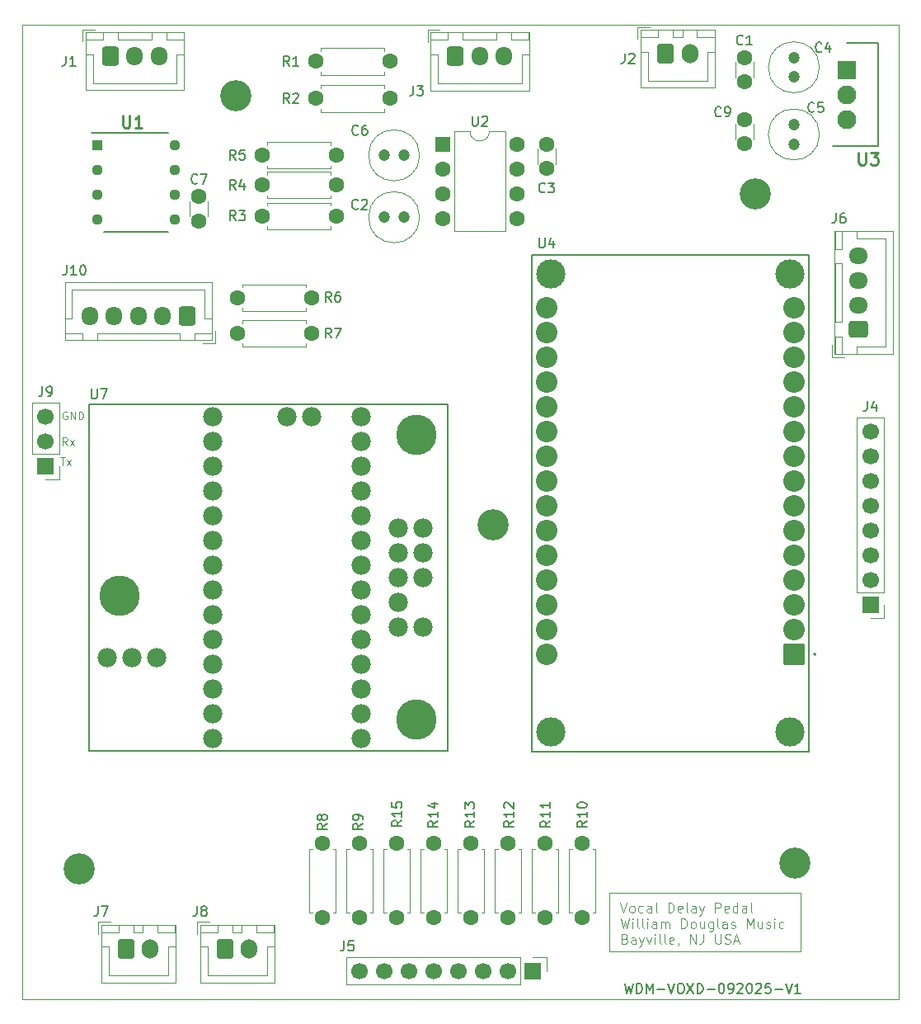
<source format=gbr>
%TF.GenerationSoftware,KiCad,Pcbnew,9.0.4*%
%TF.CreationDate,2025-09-25T15:45:26-04:00*%
%TF.ProjectId,Vocal Delay Pedal,566f6361-6c20-4446-956c-617920506564,1*%
%TF.SameCoordinates,Original*%
%TF.FileFunction,Soldermask,Bot*%
%TF.FilePolarity,Negative*%
%FSLAX46Y46*%
G04 Gerber Fmt 4.6, Leading zero omitted, Abs format (unit mm)*
G04 Created by KiCad (PCBNEW 9.0.4) date 2025-09-25 15:45:26*
%MOMM*%
%LPD*%
G01*
G04 APERTURE LIST*
G04 Aperture macros list*
%AMRoundRect*
0 Rectangle with rounded corners*
0 $1 Rounding radius*
0 $2 $3 $4 $5 $6 $7 $8 $9 X,Y pos of 4 corners*
0 Add a 4 corners polygon primitive as box body*
4,1,4,$2,$3,$4,$5,$6,$7,$8,$9,$2,$3,0*
0 Add four circle primitives for the rounded corners*
1,1,$1+$1,$2,$3*
1,1,$1+$1,$4,$5*
1,1,$1+$1,$6,$7*
1,1,$1+$1,$8,$9*
0 Add four rect primitives between the rounded corners*
20,1,$1+$1,$2,$3,$4,$5,0*
20,1,$1+$1,$4,$5,$6,$7,0*
20,1,$1+$1,$6,$7,$8,$9,0*
20,1,$1+$1,$8,$9,$2,$3,0*%
G04 Aperture macros list end*
%ADD10RoundRect,0.250000X-0.600000X-0.750000X0.600000X-0.750000X0.600000X0.750000X-0.600000X0.750000X0*%
%ADD11O,1.700000X2.000000*%
%ADD12C,1.600000*%
%ADD13C,3.200000*%
%ADD14R,1.700000X1.700000*%
%ADD15C,1.700000*%
%ADD16C,1.200000*%
%ADD17RoundRect,0.250000X0.725000X-0.600000X0.725000X0.600000X-0.725000X0.600000X-0.725000X-0.600000X0*%
%ADD18O,1.950000X1.700000*%
%ADD19C,1.982000*%
%ADD20C,4.141000*%
%ADD21R,1.130000X1.130000*%
%ADD22C,1.130000*%
%ADD23RoundRect,0.250000X-0.550000X-0.550000X0.550000X-0.550000X0.550000X0.550000X-0.550000X0.550000X0*%
%ADD24RoundRect,0.250000X0.600000X0.725000X-0.600000X0.725000X-0.600000X-0.725000X0.600000X-0.725000X0*%
%ADD25O,1.700000X1.950000*%
%ADD26RoundRect,0.250000X-0.600000X-0.725000X0.600000X-0.725000X0.600000X0.725000X-0.600000X0.725000X0*%
%ADD27R,1.935000X1.935000*%
%ADD28C,1.935000*%
%ADD29C,3.000000*%
%ADD30RoundRect,0.102000X1.000000X1.000000X-1.000000X1.000000X-1.000000X-1.000000X1.000000X-1.000000X0*%
%ADD31C,2.204000*%
%ADD32C,0.080000*%
%ADD33C,0.200000*%
%ADD34C,0.100000*%
%ADD35C,0.150000*%
%ADD36C,0.254000*%
%ADD37C,0.120000*%
%ADD38C,0.127000*%
%TA.AperFunction,Profile*%
%ADD39C,0.050000*%
%TD*%
G04 APERTURE END LIST*
D10*
%TO.C,J7*%
X70477000Y-150807000D03*
D11*
X72977000Y-150807000D03*
%TD*%
D12*
%TO.C,R15*%
X98290000Y-140012000D03*
X98290000Y-147632000D03*
%TD*%
D13*
%TO.C,REF\u002A\u002A*%
X135120000Y-73337000D03*
%TD*%
D14*
%TO.C,J4*%
X146931000Y-115501000D03*
D15*
X146931000Y-112961000D03*
X146931000Y-110421000D03*
X146931000Y-107881000D03*
X146931000Y-105341000D03*
X146931000Y-102801000D03*
X146931000Y-100261000D03*
X146931000Y-97721000D03*
%TD*%
D16*
%TO.C,C4*%
X139057000Y-59367000D03*
X139057000Y-61367000D03*
%TD*%
D12*
%TO.C,C9*%
X133977000Y-65717000D03*
X133977000Y-68217000D03*
%TD*%
%TO.C,R2*%
X89948000Y-63575000D03*
X97568000Y-63575000D03*
%TD*%
D10*
%TO.C,J2*%
X125869000Y-58969000D03*
D11*
X128369000Y-58969000D03*
%TD*%
D13*
%TO.C,REF\u002A\u002A*%
X139184000Y-142044000D03*
%TD*%
%TO.C,REF\u002A\u002A*%
X81780000Y-63304000D03*
%TD*%
D12*
%TO.C,R10*%
X117340000Y-140012000D03*
X117340000Y-147632000D03*
%TD*%
%TO.C,R5*%
X84447000Y-69400000D03*
X92067000Y-69400000D03*
%TD*%
%TO.C,R8*%
X90670000Y-147632000D03*
X90670000Y-140012000D03*
%TD*%
%TO.C,R13*%
X105910000Y-140012000D03*
X105910000Y-147632000D03*
%TD*%
D17*
%TO.C,J6*%
X145717000Y-87247000D03*
D18*
X145717000Y-84747000D03*
X145717000Y-82247000D03*
X145717000Y-79747000D03*
%TD*%
D14*
%TO.C,J9*%
X62222000Y-101277000D03*
D15*
X62222000Y-98737000D03*
X62222000Y-96197000D03*
%TD*%
D12*
%TO.C,R3*%
X92067000Y-75623000D03*
X84447000Y-75623000D03*
%TD*%
D19*
%TO.C,U7*%
X79367000Y-98737000D03*
X79367000Y-101277000D03*
X79367000Y-103817000D03*
X79367000Y-106357000D03*
X94607000Y-101277000D03*
X79367000Y-108897000D03*
X79367000Y-111437000D03*
X94607000Y-96197000D03*
X79367000Y-113977000D03*
X79367000Y-116517000D03*
X79367000Y-119057000D03*
X79367000Y-121597000D03*
X79367000Y-124137000D03*
X79367000Y-126677000D03*
X79367000Y-129217000D03*
X94607000Y-129217000D03*
X94607000Y-126677000D03*
X94607000Y-124137000D03*
X94607000Y-121597000D03*
X94607000Y-119057000D03*
X94607000Y-116517000D03*
X94607000Y-113977000D03*
X94607000Y-111437000D03*
X94607000Y-108897000D03*
X94607000Y-106357000D03*
X94607000Y-103817000D03*
X94607000Y-98737000D03*
X79367000Y-96197000D03*
X86987000Y-96197000D03*
X100957000Y-107627000D03*
X100957000Y-110167000D03*
X98417000Y-107627000D03*
X98417000Y-110167000D03*
X89527000Y-96197000D03*
X98417000Y-115247000D03*
X98417000Y-117787000D03*
X98417000Y-112707000D03*
D20*
X100322000Y-98102000D03*
X100322000Y-127312000D03*
X69842000Y-114612000D03*
D19*
X100957000Y-112707000D03*
X100957000Y-117787000D03*
X71112000Y-120962000D03*
X68572000Y-120962000D03*
X73652000Y-120962000D03*
%TD*%
D21*
%TO.C,U1*%
X67523000Y-68384000D03*
D22*
X67523000Y-70924000D03*
X67523000Y-73464000D03*
X67523000Y-76004000D03*
X75463000Y-76004000D03*
X75463000Y-73464000D03*
X75463000Y-70924000D03*
X75463000Y-68384000D03*
%TD*%
D12*
%TO.C,R6*%
X89527000Y-84005000D03*
X81907000Y-84005000D03*
%TD*%
%TO.C,R4*%
X84447000Y-72448000D03*
X92067000Y-72448000D03*
%TD*%
%TO.C,C1*%
X133977000Y-59367000D03*
X133977000Y-61867000D03*
%TD*%
D23*
%TO.C,U2*%
X102994000Y-68257000D03*
D12*
X102994000Y-70797000D03*
X102994000Y-73337000D03*
X102994000Y-75877000D03*
X110614000Y-75877000D03*
X110614000Y-73337000D03*
X110614000Y-70797000D03*
X110614000Y-68257000D03*
%TD*%
D24*
%TO.C,J10*%
X76747000Y-85927000D03*
D25*
X74247000Y-85927000D03*
X71747000Y-85927000D03*
X69247000Y-85927000D03*
X66747000Y-85927000D03*
%TD*%
D12*
%TO.C,R14*%
X102100000Y-140012000D03*
X102100000Y-147632000D03*
%TD*%
D26*
%TO.C,J1*%
X68866000Y-59223000D03*
D25*
X71366000Y-59223000D03*
X73866000Y-59223000D03*
%TD*%
D27*
%TO.C,U3*%
X144518000Y-60637000D03*
D28*
X144518000Y-63177000D03*
X144518000Y-65717000D03*
%TD*%
D12*
%TO.C,R1*%
X97568000Y-59765000D03*
X89948000Y-59765000D03*
%TD*%
%TO.C,R7*%
X89527000Y-87677000D03*
X81907000Y-87677000D03*
%TD*%
D13*
%TO.C,REF\u002A\u002A*%
X108204000Y-107315000D03*
%TD*%
D26*
%TO.C,J3*%
X104299000Y-59240000D03*
D25*
X106799000Y-59240000D03*
X109299000Y-59240000D03*
%TD*%
D12*
%TO.C,C3*%
X113657000Y-68257000D03*
X113657000Y-70757000D03*
%TD*%
D10*
%TO.C,J8*%
X80637000Y-150807000D03*
D11*
X83137000Y-150807000D03*
%TD*%
D16*
%TO.C,C2*%
X97004000Y-75750000D03*
X99004000Y-75750000D03*
%TD*%
D12*
%TO.C,R11*%
X113530000Y-140012000D03*
X113530000Y-147632000D03*
%TD*%
D13*
%TO.C,REF\u002A\u002A*%
X65659000Y-142621000D03*
%TD*%
D16*
%TO.C,C6*%
X99004000Y-69400000D03*
X97004000Y-69400000D03*
%TD*%
D29*
%TO.C,U4*%
X138637000Y-128562000D03*
X138637000Y-81612000D03*
X114127000Y-128562000D03*
X114127000Y-81612000D03*
D30*
X139057000Y-120602000D03*
D31*
X139057000Y-118062000D03*
X139057000Y-115522000D03*
X139057000Y-112982000D03*
X139057000Y-110442000D03*
X139057000Y-107902000D03*
X139057000Y-105362000D03*
X139057000Y-102822000D03*
X139057000Y-100282000D03*
X139057000Y-97742000D03*
X139057000Y-95202000D03*
X139057000Y-92662000D03*
X139057000Y-90122000D03*
X139057000Y-87582000D03*
X139057000Y-85042000D03*
X113657000Y-85042000D03*
X113657000Y-87582000D03*
X113657000Y-90122000D03*
X113657000Y-92662000D03*
X113657000Y-95202000D03*
X113657000Y-97742000D03*
X113657000Y-100282000D03*
X113657000Y-102822000D03*
X113657000Y-105362000D03*
X113657000Y-107902000D03*
X113657000Y-110442000D03*
X113657000Y-112982000D03*
X113657000Y-115522000D03*
X113657000Y-118062000D03*
X113657000Y-120602000D03*
%TD*%
D16*
%TO.C,C5*%
X139057000Y-68257000D03*
X139057000Y-66257000D03*
%TD*%
D12*
%TO.C,R9*%
X94480000Y-147632000D03*
X94480000Y-140012000D03*
%TD*%
D14*
%TO.C,J5*%
X112260000Y-153093000D03*
D15*
X109720000Y-153093000D03*
X107180000Y-153093000D03*
X104640000Y-153093000D03*
X102100000Y-153093000D03*
X99560000Y-153093000D03*
X97020000Y-153093000D03*
X94480000Y-153093000D03*
%TD*%
D12*
%TO.C,R12*%
X109720000Y-140012000D03*
X109720000Y-147632000D03*
%TD*%
%TO.C,C7*%
X77970000Y-73611000D03*
X77970000Y-76111000D03*
%TD*%
D32*
X64408154Y-95714030D02*
X64331964Y-95675935D01*
X64331964Y-95675935D02*
X64217678Y-95675935D01*
X64217678Y-95675935D02*
X64103392Y-95714030D01*
X64103392Y-95714030D02*
X64027202Y-95790220D01*
X64027202Y-95790220D02*
X63989107Y-95866411D01*
X63989107Y-95866411D02*
X63951011Y-96018792D01*
X63951011Y-96018792D02*
X63951011Y-96133078D01*
X63951011Y-96133078D02*
X63989107Y-96285459D01*
X63989107Y-96285459D02*
X64027202Y-96361649D01*
X64027202Y-96361649D02*
X64103392Y-96437840D01*
X64103392Y-96437840D02*
X64217678Y-96475935D01*
X64217678Y-96475935D02*
X64293869Y-96475935D01*
X64293869Y-96475935D02*
X64408154Y-96437840D01*
X64408154Y-96437840D02*
X64446250Y-96399744D01*
X64446250Y-96399744D02*
X64446250Y-96133078D01*
X64446250Y-96133078D02*
X64293869Y-96133078D01*
X64789107Y-96475935D02*
X64789107Y-95675935D01*
X64789107Y-95675935D02*
X65246250Y-96475935D01*
X65246250Y-96475935D02*
X65246250Y-95675935D01*
X65627202Y-96475935D02*
X65627202Y-95675935D01*
X65627202Y-95675935D02*
X65817678Y-95675935D01*
X65817678Y-95675935D02*
X65931964Y-95714030D01*
X65931964Y-95714030D02*
X66008154Y-95790220D01*
X66008154Y-95790220D02*
X66046249Y-95866411D01*
X66046249Y-95866411D02*
X66084345Y-96018792D01*
X66084345Y-96018792D02*
X66084345Y-96133078D01*
X66084345Y-96133078D02*
X66046249Y-96285459D01*
X66046249Y-96285459D02*
X66008154Y-96361649D01*
X66008154Y-96361649D02*
X65931964Y-96437840D01*
X65931964Y-96437840D02*
X65817678Y-96475935D01*
X65817678Y-96475935D02*
X65627202Y-96475935D01*
X64446250Y-99142935D02*
X64179583Y-98761982D01*
X63989107Y-99142935D02*
X63989107Y-98342935D01*
X63989107Y-98342935D02*
X64293869Y-98342935D01*
X64293869Y-98342935D02*
X64370059Y-98381030D01*
X64370059Y-98381030D02*
X64408154Y-98419125D01*
X64408154Y-98419125D02*
X64446250Y-98495316D01*
X64446250Y-98495316D02*
X64446250Y-98609601D01*
X64446250Y-98609601D02*
X64408154Y-98685792D01*
X64408154Y-98685792D02*
X64370059Y-98723887D01*
X64370059Y-98723887D02*
X64293869Y-98761982D01*
X64293869Y-98761982D02*
X63989107Y-98761982D01*
X64712916Y-99142935D02*
X65131964Y-98609601D01*
X64712916Y-98609601D02*
X65131964Y-99142935D01*
X63730821Y-100374935D02*
X64187964Y-100374935D01*
X63959392Y-101174935D02*
X63959392Y-100374935D01*
X64378440Y-101174935D02*
X64797488Y-100641601D01*
X64378440Y-100641601D02*
X64797488Y-101174935D01*
D33*
X121678435Y-154373219D02*
X121916530Y-155373219D01*
X121916530Y-155373219D02*
X122107006Y-154658933D01*
X122107006Y-154658933D02*
X122297482Y-155373219D01*
X122297482Y-155373219D02*
X122535578Y-154373219D01*
X122916530Y-155373219D02*
X122916530Y-154373219D01*
X122916530Y-154373219D02*
X123154625Y-154373219D01*
X123154625Y-154373219D02*
X123297482Y-154420838D01*
X123297482Y-154420838D02*
X123392720Y-154516076D01*
X123392720Y-154516076D02*
X123440339Y-154611314D01*
X123440339Y-154611314D02*
X123487958Y-154801790D01*
X123487958Y-154801790D02*
X123487958Y-154944647D01*
X123487958Y-154944647D02*
X123440339Y-155135123D01*
X123440339Y-155135123D02*
X123392720Y-155230361D01*
X123392720Y-155230361D02*
X123297482Y-155325600D01*
X123297482Y-155325600D02*
X123154625Y-155373219D01*
X123154625Y-155373219D02*
X122916530Y-155373219D01*
X123916530Y-155373219D02*
X123916530Y-154373219D01*
X123916530Y-154373219D02*
X124249863Y-155087504D01*
X124249863Y-155087504D02*
X124583196Y-154373219D01*
X124583196Y-154373219D02*
X124583196Y-155373219D01*
X125059387Y-154992266D02*
X125821292Y-154992266D01*
X126154625Y-154373219D02*
X126487958Y-155373219D01*
X126487958Y-155373219D02*
X126821291Y-154373219D01*
X127345101Y-154373219D02*
X127535577Y-154373219D01*
X127535577Y-154373219D02*
X127630815Y-154420838D01*
X127630815Y-154420838D02*
X127726053Y-154516076D01*
X127726053Y-154516076D02*
X127773672Y-154706552D01*
X127773672Y-154706552D02*
X127773672Y-155039885D01*
X127773672Y-155039885D02*
X127726053Y-155230361D01*
X127726053Y-155230361D02*
X127630815Y-155325600D01*
X127630815Y-155325600D02*
X127535577Y-155373219D01*
X127535577Y-155373219D02*
X127345101Y-155373219D01*
X127345101Y-155373219D02*
X127249863Y-155325600D01*
X127249863Y-155325600D02*
X127154625Y-155230361D01*
X127154625Y-155230361D02*
X127107006Y-155039885D01*
X127107006Y-155039885D02*
X127107006Y-154706552D01*
X127107006Y-154706552D02*
X127154625Y-154516076D01*
X127154625Y-154516076D02*
X127249863Y-154420838D01*
X127249863Y-154420838D02*
X127345101Y-154373219D01*
X128107006Y-154373219D02*
X128773672Y-155373219D01*
X128773672Y-154373219D02*
X128107006Y-155373219D01*
X129154625Y-155373219D02*
X129154625Y-154373219D01*
X129154625Y-154373219D02*
X129392720Y-154373219D01*
X129392720Y-154373219D02*
X129535577Y-154420838D01*
X129535577Y-154420838D02*
X129630815Y-154516076D01*
X129630815Y-154516076D02*
X129678434Y-154611314D01*
X129678434Y-154611314D02*
X129726053Y-154801790D01*
X129726053Y-154801790D02*
X129726053Y-154944647D01*
X129726053Y-154944647D02*
X129678434Y-155135123D01*
X129678434Y-155135123D02*
X129630815Y-155230361D01*
X129630815Y-155230361D02*
X129535577Y-155325600D01*
X129535577Y-155325600D02*
X129392720Y-155373219D01*
X129392720Y-155373219D02*
X129154625Y-155373219D01*
X130154625Y-154992266D02*
X130916530Y-154992266D01*
X131583196Y-154373219D02*
X131678434Y-154373219D01*
X131678434Y-154373219D02*
X131773672Y-154420838D01*
X131773672Y-154420838D02*
X131821291Y-154468457D01*
X131821291Y-154468457D02*
X131868910Y-154563695D01*
X131868910Y-154563695D02*
X131916529Y-154754171D01*
X131916529Y-154754171D02*
X131916529Y-154992266D01*
X131916529Y-154992266D02*
X131868910Y-155182742D01*
X131868910Y-155182742D02*
X131821291Y-155277980D01*
X131821291Y-155277980D02*
X131773672Y-155325600D01*
X131773672Y-155325600D02*
X131678434Y-155373219D01*
X131678434Y-155373219D02*
X131583196Y-155373219D01*
X131583196Y-155373219D02*
X131487958Y-155325600D01*
X131487958Y-155325600D02*
X131440339Y-155277980D01*
X131440339Y-155277980D02*
X131392720Y-155182742D01*
X131392720Y-155182742D02*
X131345101Y-154992266D01*
X131345101Y-154992266D02*
X131345101Y-154754171D01*
X131345101Y-154754171D02*
X131392720Y-154563695D01*
X131392720Y-154563695D02*
X131440339Y-154468457D01*
X131440339Y-154468457D02*
X131487958Y-154420838D01*
X131487958Y-154420838D02*
X131583196Y-154373219D01*
X132392720Y-155373219D02*
X132583196Y-155373219D01*
X132583196Y-155373219D02*
X132678434Y-155325600D01*
X132678434Y-155325600D02*
X132726053Y-155277980D01*
X132726053Y-155277980D02*
X132821291Y-155135123D01*
X132821291Y-155135123D02*
X132868910Y-154944647D01*
X132868910Y-154944647D02*
X132868910Y-154563695D01*
X132868910Y-154563695D02*
X132821291Y-154468457D01*
X132821291Y-154468457D02*
X132773672Y-154420838D01*
X132773672Y-154420838D02*
X132678434Y-154373219D01*
X132678434Y-154373219D02*
X132487958Y-154373219D01*
X132487958Y-154373219D02*
X132392720Y-154420838D01*
X132392720Y-154420838D02*
X132345101Y-154468457D01*
X132345101Y-154468457D02*
X132297482Y-154563695D01*
X132297482Y-154563695D02*
X132297482Y-154801790D01*
X132297482Y-154801790D02*
X132345101Y-154897028D01*
X132345101Y-154897028D02*
X132392720Y-154944647D01*
X132392720Y-154944647D02*
X132487958Y-154992266D01*
X132487958Y-154992266D02*
X132678434Y-154992266D01*
X132678434Y-154992266D02*
X132773672Y-154944647D01*
X132773672Y-154944647D02*
X132821291Y-154897028D01*
X132821291Y-154897028D02*
X132868910Y-154801790D01*
X133249863Y-154468457D02*
X133297482Y-154420838D01*
X133297482Y-154420838D02*
X133392720Y-154373219D01*
X133392720Y-154373219D02*
X133630815Y-154373219D01*
X133630815Y-154373219D02*
X133726053Y-154420838D01*
X133726053Y-154420838D02*
X133773672Y-154468457D01*
X133773672Y-154468457D02*
X133821291Y-154563695D01*
X133821291Y-154563695D02*
X133821291Y-154658933D01*
X133821291Y-154658933D02*
X133773672Y-154801790D01*
X133773672Y-154801790D02*
X133202244Y-155373219D01*
X133202244Y-155373219D02*
X133821291Y-155373219D01*
X134440339Y-154373219D02*
X134535577Y-154373219D01*
X134535577Y-154373219D02*
X134630815Y-154420838D01*
X134630815Y-154420838D02*
X134678434Y-154468457D01*
X134678434Y-154468457D02*
X134726053Y-154563695D01*
X134726053Y-154563695D02*
X134773672Y-154754171D01*
X134773672Y-154754171D02*
X134773672Y-154992266D01*
X134773672Y-154992266D02*
X134726053Y-155182742D01*
X134726053Y-155182742D02*
X134678434Y-155277980D01*
X134678434Y-155277980D02*
X134630815Y-155325600D01*
X134630815Y-155325600D02*
X134535577Y-155373219D01*
X134535577Y-155373219D02*
X134440339Y-155373219D01*
X134440339Y-155373219D02*
X134345101Y-155325600D01*
X134345101Y-155325600D02*
X134297482Y-155277980D01*
X134297482Y-155277980D02*
X134249863Y-155182742D01*
X134249863Y-155182742D02*
X134202244Y-154992266D01*
X134202244Y-154992266D02*
X134202244Y-154754171D01*
X134202244Y-154754171D02*
X134249863Y-154563695D01*
X134249863Y-154563695D02*
X134297482Y-154468457D01*
X134297482Y-154468457D02*
X134345101Y-154420838D01*
X134345101Y-154420838D02*
X134440339Y-154373219D01*
X135154625Y-154468457D02*
X135202244Y-154420838D01*
X135202244Y-154420838D02*
X135297482Y-154373219D01*
X135297482Y-154373219D02*
X135535577Y-154373219D01*
X135535577Y-154373219D02*
X135630815Y-154420838D01*
X135630815Y-154420838D02*
X135678434Y-154468457D01*
X135678434Y-154468457D02*
X135726053Y-154563695D01*
X135726053Y-154563695D02*
X135726053Y-154658933D01*
X135726053Y-154658933D02*
X135678434Y-154801790D01*
X135678434Y-154801790D02*
X135107006Y-155373219D01*
X135107006Y-155373219D02*
X135726053Y-155373219D01*
X136630815Y-154373219D02*
X136154625Y-154373219D01*
X136154625Y-154373219D02*
X136107006Y-154849409D01*
X136107006Y-154849409D02*
X136154625Y-154801790D01*
X136154625Y-154801790D02*
X136249863Y-154754171D01*
X136249863Y-154754171D02*
X136487958Y-154754171D01*
X136487958Y-154754171D02*
X136583196Y-154801790D01*
X136583196Y-154801790D02*
X136630815Y-154849409D01*
X136630815Y-154849409D02*
X136678434Y-154944647D01*
X136678434Y-154944647D02*
X136678434Y-155182742D01*
X136678434Y-155182742D02*
X136630815Y-155277980D01*
X136630815Y-155277980D02*
X136583196Y-155325600D01*
X136583196Y-155325600D02*
X136487958Y-155373219D01*
X136487958Y-155373219D02*
X136249863Y-155373219D01*
X136249863Y-155373219D02*
X136154625Y-155325600D01*
X136154625Y-155325600D02*
X136107006Y-155277980D01*
X137107006Y-154992266D02*
X137868911Y-154992266D01*
X138202244Y-154373219D02*
X138535577Y-155373219D01*
X138535577Y-155373219D02*
X138868910Y-154373219D01*
X139726053Y-155373219D02*
X139154625Y-155373219D01*
X139440339Y-155373219D02*
X139440339Y-154373219D01*
X139440339Y-154373219D02*
X139345101Y-154516076D01*
X139345101Y-154516076D02*
X139249863Y-154611314D01*
X139249863Y-154611314D02*
X139154625Y-154658933D01*
D34*
X121226527Y-146086919D02*
X121559860Y-147086919D01*
X121559860Y-147086919D02*
X121893193Y-146086919D01*
X122369384Y-147086919D02*
X122274146Y-147039300D01*
X122274146Y-147039300D02*
X122226527Y-146991680D01*
X122226527Y-146991680D02*
X122178908Y-146896442D01*
X122178908Y-146896442D02*
X122178908Y-146610728D01*
X122178908Y-146610728D02*
X122226527Y-146515490D01*
X122226527Y-146515490D02*
X122274146Y-146467871D01*
X122274146Y-146467871D02*
X122369384Y-146420252D01*
X122369384Y-146420252D02*
X122512241Y-146420252D01*
X122512241Y-146420252D02*
X122607479Y-146467871D01*
X122607479Y-146467871D02*
X122655098Y-146515490D01*
X122655098Y-146515490D02*
X122702717Y-146610728D01*
X122702717Y-146610728D02*
X122702717Y-146896442D01*
X122702717Y-146896442D02*
X122655098Y-146991680D01*
X122655098Y-146991680D02*
X122607479Y-147039300D01*
X122607479Y-147039300D02*
X122512241Y-147086919D01*
X122512241Y-147086919D02*
X122369384Y-147086919D01*
X123559860Y-147039300D02*
X123464622Y-147086919D01*
X123464622Y-147086919D02*
X123274146Y-147086919D01*
X123274146Y-147086919D02*
X123178908Y-147039300D01*
X123178908Y-147039300D02*
X123131289Y-146991680D01*
X123131289Y-146991680D02*
X123083670Y-146896442D01*
X123083670Y-146896442D02*
X123083670Y-146610728D01*
X123083670Y-146610728D02*
X123131289Y-146515490D01*
X123131289Y-146515490D02*
X123178908Y-146467871D01*
X123178908Y-146467871D02*
X123274146Y-146420252D01*
X123274146Y-146420252D02*
X123464622Y-146420252D01*
X123464622Y-146420252D02*
X123559860Y-146467871D01*
X124417003Y-147086919D02*
X124417003Y-146563109D01*
X124417003Y-146563109D02*
X124369384Y-146467871D01*
X124369384Y-146467871D02*
X124274146Y-146420252D01*
X124274146Y-146420252D02*
X124083670Y-146420252D01*
X124083670Y-146420252D02*
X123988432Y-146467871D01*
X124417003Y-147039300D02*
X124321765Y-147086919D01*
X124321765Y-147086919D02*
X124083670Y-147086919D01*
X124083670Y-147086919D02*
X123988432Y-147039300D01*
X123988432Y-147039300D02*
X123940813Y-146944061D01*
X123940813Y-146944061D02*
X123940813Y-146848823D01*
X123940813Y-146848823D02*
X123988432Y-146753585D01*
X123988432Y-146753585D02*
X124083670Y-146705966D01*
X124083670Y-146705966D02*
X124321765Y-146705966D01*
X124321765Y-146705966D02*
X124417003Y-146658347D01*
X125036051Y-147086919D02*
X124940813Y-147039300D01*
X124940813Y-147039300D02*
X124893194Y-146944061D01*
X124893194Y-146944061D02*
X124893194Y-146086919D01*
X126178909Y-147086919D02*
X126178909Y-146086919D01*
X126178909Y-146086919D02*
X126417004Y-146086919D01*
X126417004Y-146086919D02*
X126559861Y-146134538D01*
X126559861Y-146134538D02*
X126655099Y-146229776D01*
X126655099Y-146229776D02*
X126702718Y-146325014D01*
X126702718Y-146325014D02*
X126750337Y-146515490D01*
X126750337Y-146515490D02*
X126750337Y-146658347D01*
X126750337Y-146658347D02*
X126702718Y-146848823D01*
X126702718Y-146848823D02*
X126655099Y-146944061D01*
X126655099Y-146944061D02*
X126559861Y-147039300D01*
X126559861Y-147039300D02*
X126417004Y-147086919D01*
X126417004Y-147086919D02*
X126178909Y-147086919D01*
X127559861Y-147039300D02*
X127464623Y-147086919D01*
X127464623Y-147086919D02*
X127274147Y-147086919D01*
X127274147Y-147086919D02*
X127178909Y-147039300D01*
X127178909Y-147039300D02*
X127131290Y-146944061D01*
X127131290Y-146944061D02*
X127131290Y-146563109D01*
X127131290Y-146563109D02*
X127178909Y-146467871D01*
X127178909Y-146467871D02*
X127274147Y-146420252D01*
X127274147Y-146420252D02*
X127464623Y-146420252D01*
X127464623Y-146420252D02*
X127559861Y-146467871D01*
X127559861Y-146467871D02*
X127607480Y-146563109D01*
X127607480Y-146563109D02*
X127607480Y-146658347D01*
X127607480Y-146658347D02*
X127131290Y-146753585D01*
X128178909Y-147086919D02*
X128083671Y-147039300D01*
X128083671Y-147039300D02*
X128036052Y-146944061D01*
X128036052Y-146944061D02*
X128036052Y-146086919D01*
X128988433Y-147086919D02*
X128988433Y-146563109D01*
X128988433Y-146563109D02*
X128940814Y-146467871D01*
X128940814Y-146467871D02*
X128845576Y-146420252D01*
X128845576Y-146420252D02*
X128655100Y-146420252D01*
X128655100Y-146420252D02*
X128559862Y-146467871D01*
X128988433Y-147039300D02*
X128893195Y-147086919D01*
X128893195Y-147086919D02*
X128655100Y-147086919D01*
X128655100Y-147086919D02*
X128559862Y-147039300D01*
X128559862Y-147039300D02*
X128512243Y-146944061D01*
X128512243Y-146944061D02*
X128512243Y-146848823D01*
X128512243Y-146848823D02*
X128559862Y-146753585D01*
X128559862Y-146753585D02*
X128655100Y-146705966D01*
X128655100Y-146705966D02*
X128893195Y-146705966D01*
X128893195Y-146705966D02*
X128988433Y-146658347D01*
X129369386Y-146420252D02*
X129607481Y-147086919D01*
X129845576Y-146420252D02*
X129607481Y-147086919D01*
X129607481Y-147086919D02*
X129512243Y-147325014D01*
X129512243Y-147325014D02*
X129464624Y-147372633D01*
X129464624Y-147372633D02*
X129369386Y-147420252D01*
X130988434Y-147086919D02*
X130988434Y-146086919D01*
X130988434Y-146086919D02*
X131369386Y-146086919D01*
X131369386Y-146086919D02*
X131464624Y-146134538D01*
X131464624Y-146134538D02*
X131512243Y-146182157D01*
X131512243Y-146182157D02*
X131559862Y-146277395D01*
X131559862Y-146277395D02*
X131559862Y-146420252D01*
X131559862Y-146420252D02*
X131512243Y-146515490D01*
X131512243Y-146515490D02*
X131464624Y-146563109D01*
X131464624Y-146563109D02*
X131369386Y-146610728D01*
X131369386Y-146610728D02*
X130988434Y-146610728D01*
X132369386Y-147039300D02*
X132274148Y-147086919D01*
X132274148Y-147086919D02*
X132083672Y-147086919D01*
X132083672Y-147086919D02*
X131988434Y-147039300D01*
X131988434Y-147039300D02*
X131940815Y-146944061D01*
X131940815Y-146944061D02*
X131940815Y-146563109D01*
X131940815Y-146563109D02*
X131988434Y-146467871D01*
X131988434Y-146467871D02*
X132083672Y-146420252D01*
X132083672Y-146420252D02*
X132274148Y-146420252D01*
X132274148Y-146420252D02*
X132369386Y-146467871D01*
X132369386Y-146467871D02*
X132417005Y-146563109D01*
X132417005Y-146563109D02*
X132417005Y-146658347D01*
X132417005Y-146658347D02*
X131940815Y-146753585D01*
X133274148Y-147086919D02*
X133274148Y-146086919D01*
X133274148Y-147039300D02*
X133178910Y-147086919D01*
X133178910Y-147086919D02*
X132988434Y-147086919D01*
X132988434Y-147086919D02*
X132893196Y-147039300D01*
X132893196Y-147039300D02*
X132845577Y-146991680D01*
X132845577Y-146991680D02*
X132797958Y-146896442D01*
X132797958Y-146896442D02*
X132797958Y-146610728D01*
X132797958Y-146610728D02*
X132845577Y-146515490D01*
X132845577Y-146515490D02*
X132893196Y-146467871D01*
X132893196Y-146467871D02*
X132988434Y-146420252D01*
X132988434Y-146420252D02*
X133178910Y-146420252D01*
X133178910Y-146420252D02*
X133274148Y-146467871D01*
X134178910Y-147086919D02*
X134178910Y-146563109D01*
X134178910Y-146563109D02*
X134131291Y-146467871D01*
X134131291Y-146467871D02*
X134036053Y-146420252D01*
X134036053Y-146420252D02*
X133845577Y-146420252D01*
X133845577Y-146420252D02*
X133750339Y-146467871D01*
X134178910Y-147039300D02*
X134083672Y-147086919D01*
X134083672Y-147086919D02*
X133845577Y-147086919D01*
X133845577Y-147086919D02*
X133750339Y-147039300D01*
X133750339Y-147039300D02*
X133702720Y-146944061D01*
X133702720Y-146944061D02*
X133702720Y-146848823D01*
X133702720Y-146848823D02*
X133750339Y-146753585D01*
X133750339Y-146753585D02*
X133845577Y-146705966D01*
X133845577Y-146705966D02*
X134083672Y-146705966D01*
X134083672Y-146705966D02*
X134178910Y-146658347D01*
X134797958Y-147086919D02*
X134702720Y-147039300D01*
X134702720Y-147039300D02*
X134655101Y-146944061D01*
X134655101Y-146944061D02*
X134655101Y-146086919D01*
X121274146Y-147696863D02*
X121512241Y-148696863D01*
X121512241Y-148696863D02*
X121702717Y-147982577D01*
X121702717Y-147982577D02*
X121893193Y-148696863D01*
X121893193Y-148696863D02*
X122131289Y-147696863D01*
X122512241Y-148696863D02*
X122512241Y-148030196D01*
X122512241Y-147696863D02*
X122464622Y-147744482D01*
X122464622Y-147744482D02*
X122512241Y-147792101D01*
X122512241Y-147792101D02*
X122559860Y-147744482D01*
X122559860Y-147744482D02*
X122512241Y-147696863D01*
X122512241Y-147696863D02*
X122512241Y-147792101D01*
X123131288Y-148696863D02*
X123036050Y-148649244D01*
X123036050Y-148649244D02*
X122988431Y-148554005D01*
X122988431Y-148554005D02*
X122988431Y-147696863D01*
X123655098Y-148696863D02*
X123559860Y-148649244D01*
X123559860Y-148649244D02*
X123512241Y-148554005D01*
X123512241Y-148554005D02*
X123512241Y-147696863D01*
X124036051Y-148696863D02*
X124036051Y-148030196D01*
X124036051Y-147696863D02*
X123988432Y-147744482D01*
X123988432Y-147744482D02*
X124036051Y-147792101D01*
X124036051Y-147792101D02*
X124083670Y-147744482D01*
X124083670Y-147744482D02*
X124036051Y-147696863D01*
X124036051Y-147696863D02*
X124036051Y-147792101D01*
X124940812Y-148696863D02*
X124940812Y-148173053D01*
X124940812Y-148173053D02*
X124893193Y-148077815D01*
X124893193Y-148077815D02*
X124797955Y-148030196D01*
X124797955Y-148030196D02*
X124607479Y-148030196D01*
X124607479Y-148030196D02*
X124512241Y-148077815D01*
X124940812Y-148649244D02*
X124845574Y-148696863D01*
X124845574Y-148696863D02*
X124607479Y-148696863D01*
X124607479Y-148696863D02*
X124512241Y-148649244D01*
X124512241Y-148649244D02*
X124464622Y-148554005D01*
X124464622Y-148554005D02*
X124464622Y-148458767D01*
X124464622Y-148458767D02*
X124512241Y-148363529D01*
X124512241Y-148363529D02*
X124607479Y-148315910D01*
X124607479Y-148315910D02*
X124845574Y-148315910D01*
X124845574Y-148315910D02*
X124940812Y-148268291D01*
X125417003Y-148696863D02*
X125417003Y-148030196D01*
X125417003Y-148125434D02*
X125464622Y-148077815D01*
X125464622Y-148077815D02*
X125559860Y-148030196D01*
X125559860Y-148030196D02*
X125702717Y-148030196D01*
X125702717Y-148030196D02*
X125797955Y-148077815D01*
X125797955Y-148077815D02*
X125845574Y-148173053D01*
X125845574Y-148173053D02*
X125845574Y-148696863D01*
X125845574Y-148173053D02*
X125893193Y-148077815D01*
X125893193Y-148077815D02*
X125988431Y-148030196D01*
X125988431Y-148030196D02*
X126131288Y-148030196D01*
X126131288Y-148030196D02*
X126226527Y-148077815D01*
X126226527Y-148077815D02*
X126274146Y-148173053D01*
X126274146Y-148173053D02*
X126274146Y-148696863D01*
X127512241Y-148696863D02*
X127512241Y-147696863D01*
X127512241Y-147696863D02*
X127750336Y-147696863D01*
X127750336Y-147696863D02*
X127893193Y-147744482D01*
X127893193Y-147744482D02*
X127988431Y-147839720D01*
X127988431Y-147839720D02*
X128036050Y-147934958D01*
X128036050Y-147934958D02*
X128083669Y-148125434D01*
X128083669Y-148125434D02*
X128083669Y-148268291D01*
X128083669Y-148268291D02*
X128036050Y-148458767D01*
X128036050Y-148458767D02*
X127988431Y-148554005D01*
X127988431Y-148554005D02*
X127893193Y-148649244D01*
X127893193Y-148649244D02*
X127750336Y-148696863D01*
X127750336Y-148696863D02*
X127512241Y-148696863D01*
X128655098Y-148696863D02*
X128559860Y-148649244D01*
X128559860Y-148649244D02*
X128512241Y-148601624D01*
X128512241Y-148601624D02*
X128464622Y-148506386D01*
X128464622Y-148506386D02*
X128464622Y-148220672D01*
X128464622Y-148220672D02*
X128512241Y-148125434D01*
X128512241Y-148125434D02*
X128559860Y-148077815D01*
X128559860Y-148077815D02*
X128655098Y-148030196D01*
X128655098Y-148030196D02*
X128797955Y-148030196D01*
X128797955Y-148030196D02*
X128893193Y-148077815D01*
X128893193Y-148077815D02*
X128940812Y-148125434D01*
X128940812Y-148125434D02*
X128988431Y-148220672D01*
X128988431Y-148220672D02*
X128988431Y-148506386D01*
X128988431Y-148506386D02*
X128940812Y-148601624D01*
X128940812Y-148601624D02*
X128893193Y-148649244D01*
X128893193Y-148649244D02*
X128797955Y-148696863D01*
X128797955Y-148696863D02*
X128655098Y-148696863D01*
X129845574Y-148030196D02*
X129845574Y-148696863D01*
X129417003Y-148030196D02*
X129417003Y-148554005D01*
X129417003Y-148554005D02*
X129464622Y-148649244D01*
X129464622Y-148649244D02*
X129559860Y-148696863D01*
X129559860Y-148696863D02*
X129702717Y-148696863D01*
X129702717Y-148696863D02*
X129797955Y-148649244D01*
X129797955Y-148649244D02*
X129845574Y-148601624D01*
X130750336Y-148030196D02*
X130750336Y-148839720D01*
X130750336Y-148839720D02*
X130702717Y-148934958D01*
X130702717Y-148934958D02*
X130655098Y-148982577D01*
X130655098Y-148982577D02*
X130559860Y-149030196D01*
X130559860Y-149030196D02*
X130417003Y-149030196D01*
X130417003Y-149030196D02*
X130321765Y-148982577D01*
X130750336Y-148649244D02*
X130655098Y-148696863D01*
X130655098Y-148696863D02*
X130464622Y-148696863D01*
X130464622Y-148696863D02*
X130369384Y-148649244D01*
X130369384Y-148649244D02*
X130321765Y-148601624D01*
X130321765Y-148601624D02*
X130274146Y-148506386D01*
X130274146Y-148506386D02*
X130274146Y-148220672D01*
X130274146Y-148220672D02*
X130321765Y-148125434D01*
X130321765Y-148125434D02*
X130369384Y-148077815D01*
X130369384Y-148077815D02*
X130464622Y-148030196D01*
X130464622Y-148030196D02*
X130655098Y-148030196D01*
X130655098Y-148030196D02*
X130750336Y-148077815D01*
X131369384Y-148696863D02*
X131274146Y-148649244D01*
X131274146Y-148649244D02*
X131226527Y-148554005D01*
X131226527Y-148554005D02*
X131226527Y-147696863D01*
X132178908Y-148696863D02*
X132178908Y-148173053D01*
X132178908Y-148173053D02*
X132131289Y-148077815D01*
X132131289Y-148077815D02*
X132036051Y-148030196D01*
X132036051Y-148030196D02*
X131845575Y-148030196D01*
X131845575Y-148030196D02*
X131750337Y-148077815D01*
X132178908Y-148649244D02*
X132083670Y-148696863D01*
X132083670Y-148696863D02*
X131845575Y-148696863D01*
X131845575Y-148696863D02*
X131750337Y-148649244D01*
X131750337Y-148649244D02*
X131702718Y-148554005D01*
X131702718Y-148554005D02*
X131702718Y-148458767D01*
X131702718Y-148458767D02*
X131750337Y-148363529D01*
X131750337Y-148363529D02*
X131845575Y-148315910D01*
X131845575Y-148315910D02*
X132083670Y-148315910D01*
X132083670Y-148315910D02*
X132178908Y-148268291D01*
X132607480Y-148649244D02*
X132702718Y-148696863D01*
X132702718Y-148696863D02*
X132893194Y-148696863D01*
X132893194Y-148696863D02*
X132988432Y-148649244D01*
X132988432Y-148649244D02*
X133036051Y-148554005D01*
X133036051Y-148554005D02*
X133036051Y-148506386D01*
X133036051Y-148506386D02*
X132988432Y-148411148D01*
X132988432Y-148411148D02*
X132893194Y-148363529D01*
X132893194Y-148363529D02*
X132750337Y-148363529D01*
X132750337Y-148363529D02*
X132655099Y-148315910D01*
X132655099Y-148315910D02*
X132607480Y-148220672D01*
X132607480Y-148220672D02*
X132607480Y-148173053D01*
X132607480Y-148173053D02*
X132655099Y-148077815D01*
X132655099Y-148077815D02*
X132750337Y-148030196D01*
X132750337Y-148030196D02*
X132893194Y-148030196D01*
X132893194Y-148030196D02*
X132988432Y-148077815D01*
X134226528Y-148696863D02*
X134226528Y-147696863D01*
X134226528Y-147696863D02*
X134559861Y-148411148D01*
X134559861Y-148411148D02*
X134893194Y-147696863D01*
X134893194Y-147696863D02*
X134893194Y-148696863D01*
X135797956Y-148030196D02*
X135797956Y-148696863D01*
X135369385Y-148030196D02*
X135369385Y-148554005D01*
X135369385Y-148554005D02*
X135417004Y-148649244D01*
X135417004Y-148649244D02*
X135512242Y-148696863D01*
X135512242Y-148696863D02*
X135655099Y-148696863D01*
X135655099Y-148696863D02*
X135750337Y-148649244D01*
X135750337Y-148649244D02*
X135797956Y-148601624D01*
X136226528Y-148649244D02*
X136321766Y-148696863D01*
X136321766Y-148696863D02*
X136512242Y-148696863D01*
X136512242Y-148696863D02*
X136607480Y-148649244D01*
X136607480Y-148649244D02*
X136655099Y-148554005D01*
X136655099Y-148554005D02*
X136655099Y-148506386D01*
X136655099Y-148506386D02*
X136607480Y-148411148D01*
X136607480Y-148411148D02*
X136512242Y-148363529D01*
X136512242Y-148363529D02*
X136369385Y-148363529D01*
X136369385Y-148363529D02*
X136274147Y-148315910D01*
X136274147Y-148315910D02*
X136226528Y-148220672D01*
X136226528Y-148220672D02*
X136226528Y-148173053D01*
X136226528Y-148173053D02*
X136274147Y-148077815D01*
X136274147Y-148077815D02*
X136369385Y-148030196D01*
X136369385Y-148030196D02*
X136512242Y-148030196D01*
X136512242Y-148030196D02*
X136607480Y-148077815D01*
X137083671Y-148696863D02*
X137083671Y-148030196D01*
X137083671Y-147696863D02*
X137036052Y-147744482D01*
X137036052Y-147744482D02*
X137083671Y-147792101D01*
X137083671Y-147792101D02*
X137131290Y-147744482D01*
X137131290Y-147744482D02*
X137083671Y-147696863D01*
X137083671Y-147696863D02*
X137083671Y-147792101D01*
X137988432Y-148649244D02*
X137893194Y-148696863D01*
X137893194Y-148696863D02*
X137702718Y-148696863D01*
X137702718Y-148696863D02*
X137607480Y-148649244D01*
X137607480Y-148649244D02*
X137559861Y-148601624D01*
X137559861Y-148601624D02*
X137512242Y-148506386D01*
X137512242Y-148506386D02*
X137512242Y-148220672D01*
X137512242Y-148220672D02*
X137559861Y-148125434D01*
X137559861Y-148125434D02*
X137607480Y-148077815D01*
X137607480Y-148077815D02*
X137702718Y-148030196D01*
X137702718Y-148030196D02*
X137893194Y-148030196D01*
X137893194Y-148030196D02*
X137988432Y-148077815D01*
X121702717Y-149782997D02*
X121845574Y-149830616D01*
X121845574Y-149830616D02*
X121893193Y-149878235D01*
X121893193Y-149878235D02*
X121940812Y-149973473D01*
X121940812Y-149973473D02*
X121940812Y-150116330D01*
X121940812Y-150116330D02*
X121893193Y-150211568D01*
X121893193Y-150211568D02*
X121845574Y-150259188D01*
X121845574Y-150259188D02*
X121750336Y-150306807D01*
X121750336Y-150306807D02*
X121369384Y-150306807D01*
X121369384Y-150306807D02*
X121369384Y-149306807D01*
X121369384Y-149306807D02*
X121702717Y-149306807D01*
X121702717Y-149306807D02*
X121797955Y-149354426D01*
X121797955Y-149354426D02*
X121845574Y-149402045D01*
X121845574Y-149402045D02*
X121893193Y-149497283D01*
X121893193Y-149497283D02*
X121893193Y-149592521D01*
X121893193Y-149592521D02*
X121845574Y-149687759D01*
X121845574Y-149687759D02*
X121797955Y-149735378D01*
X121797955Y-149735378D02*
X121702717Y-149782997D01*
X121702717Y-149782997D02*
X121369384Y-149782997D01*
X122797955Y-150306807D02*
X122797955Y-149782997D01*
X122797955Y-149782997D02*
X122750336Y-149687759D01*
X122750336Y-149687759D02*
X122655098Y-149640140D01*
X122655098Y-149640140D02*
X122464622Y-149640140D01*
X122464622Y-149640140D02*
X122369384Y-149687759D01*
X122797955Y-150259188D02*
X122702717Y-150306807D01*
X122702717Y-150306807D02*
X122464622Y-150306807D01*
X122464622Y-150306807D02*
X122369384Y-150259188D01*
X122369384Y-150259188D02*
X122321765Y-150163949D01*
X122321765Y-150163949D02*
X122321765Y-150068711D01*
X122321765Y-150068711D02*
X122369384Y-149973473D01*
X122369384Y-149973473D02*
X122464622Y-149925854D01*
X122464622Y-149925854D02*
X122702717Y-149925854D01*
X122702717Y-149925854D02*
X122797955Y-149878235D01*
X123178908Y-149640140D02*
X123417003Y-150306807D01*
X123655098Y-149640140D02*
X123417003Y-150306807D01*
X123417003Y-150306807D02*
X123321765Y-150544902D01*
X123321765Y-150544902D02*
X123274146Y-150592521D01*
X123274146Y-150592521D02*
X123178908Y-150640140D01*
X123940813Y-149640140D02*
X124178908Y-150306807D01*
X124178908Y-150306807D02*
X124417003Y-149640140D01*
X124797956Y-150306807D02*
X124797956Y-149640140D01*
X124797956Y-149306807D02*
X124750337Y-149354426D01*
X124750337Y-149354426D02*
X124797956Y-149402045D01*
X124797956Y-149402045D02*
X124845575Y-149354426D01*
X124845575Y-149354426D02*
X124797956Y-149306807D01*
X124797956Y-149306807D02*
X124797956Y-149402045D01*
X125417003Y-150306807D02*
X125321765Y-150259188D01*
X125321765Y-150259188D02*
X125274146Y-150163949D01*
X125274146Y-150163949D02*
X125274146Y-149306807D01*
X125940813Y-150306807D02*
X125845575Y-150259188D01*
X125845575Y-150259188D02*
X125797956Y-150163949D01*
X125797956Y-150163949D02*
X125797956Y-149306807D01*
X126702718Y-150259188D02*
X126607480Y-150306807D01*
X126607480Y-150306807D02*
X126417004Y-150306807D01*
X126417004Y-150306807D02*
X126321766Y-150259188D01*
X126321766Y-150259188D02*
X126274147Y-150163949D01*
X126274147Y-150163949D02*
X126274147Y-149782997D01*
X126274147Y-149782997D02*
X126321766Y-149687759D01*
X126321766Y-149687759D02*
X126417004Y-149640140D01*
X126417004Y-149640140D02*
X126607480Y-149640140D01*
X126607480Y-149640140D02*
X126702718Y-149687759D01*
X126702718Y-149687759D02*
X126750337Y-149782997D01*
X126750337Y-149782997D02*
X126750337Y-149878235D01*
X126750337Y-149878235D02*
X126274147Y-149973473D01*
X127226528Y-150259188D02*
X127226528Y-150306807D01*
X127226528Y-150306807D02*
X127178909Y-150402045D01*
X127178909Y-150402045D02*
X127131290Y-150449664D01*
X128417004Y-150306807D02*
X128417004Y-149306807D01*
X128417004Y-149306807D02*
X128988432Y-150306807D01*
X128988432Y-150306807D02*
X128988432Y-149306807D01*
X129750337Y-149306807D02*
X129750337Y-150021092D01*
X129750337Y-150021092D02*
X129702718Y-150163949D01*
X129702718Y-150163949D02*
X129607480Y-150259188D01*
X129607480Y-150259188D02*
X129464623Y-150306807D01*
X129464623Y-150306807D02*
X129369385Y-150306807D01*
X130988433Y-149306807D02*
X130988433Y-150116330D01*
X130988433Y-150116330D02*
X131036052Y-150211568D01*
X131036052Y-150211568D02*
X131083671Y-150259188D01*
X131083671Y-150259188D02*
X131178909Y-150306807D01*
X131178909Y-150306807D02*
X131369385Y-150306807D01*
X131369385Y-150306807D02*
X131464623Y-150259188D01*
X131464623Y-150259188D02*
X131512242Y-150211568D01*
X131512242Y-150211568D02*
X131559861Y-150116330D01*
X131559861Y-150116330D02*
X131559861Y-149306807D01*
X131988433Y-150259188D02*
X132131290Y-150306807D01*
X132131290Y-150306807D02*
X132369385Y-150306807D01*
X132369385Y-150306807D02*
X132464623Y-150259188D01*
X132464623Y-150259188D02*
X132512242Y-150211568D01*
X132512242Y-150211568D02*
X132559861Y-150116330D01*
X132559861Y-150116330D02*
X132559861Y-150021092D01*
X132559861Y-150021092D02*
X132512242Y-149925854D01*
X132512242Y-149925854D02*
X132464623Y-149878235D01*
X132464623Y-149878235D02*
X132369385Y-149830616D01*
X132369385Y-149830616D02*
X132178909Y-149782997D01*
X132178909Y-149782997D02*
X132083671Y-149735378D01*
X132083671Y-149735378D02*
X132036052Y-149687759D01*
X132036052Y-149687759D02*
X131988433Y-149592521D01*
X131988433Y-149592521D02*
X131988433Y-149497283D01*
X131988433Y-149497283D02*
X132036052Y-149402045D01*
X132036052Y-149402045D02*
X132083671Y-149354426D01*
X132083671Y-149354426D02*
X132178909Y-149306807D01*
X132178909Y-149306807D02*
X132417004Y-149306807D01*
X132417004Y-149306807D02*
X132559861Y-149354426D01*
X132940814Y-150021092D02*
X133417004Y-150021092D01*
X132845576Y-150306807D02*
X133178909Y-149306807D01*
X133178909Y-149306807D02*
X133512242Y-150306807D01*
X120113000Y-145092000D02*
X139713000Y-145092000D01*
X139713000Y-151094500D01*
X120113000Y-151094500D01*
X120113000Y-145092000D01*
D35*
X67603666Y-146451819D02*
X67603666Y-147166104D01*
X67603666Y-147166104D02*
X67556047Y-147308961D01*
X67556047Y-147308961D02*
X67460809Y-147404200D01*
X67460809Y-147404200D02*
X67317952Y-147451819D01*
X67317952Y-147451819D02*
X67222714Y-147451819D01*
X67984619Y-146451819D02*
X68651285Y-146451819D01*
X68651285Y-146451819D02*
X68222714Y-147451819D01*
X98794819Y-137644857D02*
X98318628Y-137978190D01*
X98794819Y-138216285D02*
X97794819Y-138216285D01*
X97794819Y-138216285D02*
X97794819Y-137835333D01*
X97794819Y-137835333D02*
X97842438Y-137740095D01*
X97842438Y-137740095D02*
X97890057Y-137692476D01*
X97890057Y-137692476D02*
X97985295Y-137644857D01*
X97985295Y-137644857D02*
X98128152Y-137644857D01*
X98128152Y-137644857D02*
X98223390Y-137692476D01*
X98223390Y-137692476D02*
X98271009Y-137740095D01*
X98271009Y-137740095D02*
X98318628Y-137835333D01*
X98318628Y-137835333D02*
X98318628Y-138216285D01*
X98794819Y-136692476D02*
X98794819Y-137263904D01*
X98794819Y-136978190D02*
X97794819Y-136978190D01*
X97794819Y-136978190D02*
X97937676Y-137073428D01*
X97937676Y-137073428D02*
X98032914Y-137168666D01*
X98032914Y-137168666D02*
X98080533Y-137263904D01*
X97794819Y-135787714D02*
X97794819Y-136263904D01*
X97794819Y-136263904D02*
X98271009Y-136311523D01*
X98271009Y-136311523D02*
X98223390Y-136263904D01*
X98223390Y-136263904D02*
X98175771Y-136168666D01*
X98175771Y-136168666D02*
X98175771Y-135930571D01*
X98175771Y-135930571D02*
X98223390Y-135835333D01*
X98223390Y-135835333D02*
X98271009Y-135787714D01*
X98271009Y-135787714D02*
X98366247Y-135740095D01*
X98366247Y-135740095D02*
X98604342Y-135740095D01*
X98604342Y-135740095D02*
X98699580Y-135787714D01*
X98699580Y-135787714D02*
X98747200Y-135835333D01*
X98747200Y-135835333D02*
X98794819Y-135930571D01*
X98794819Y-135930571D02*
X98794819Y-136168666D01*
X98794819Y-136168666D02*
X98747200Y-136263904D01*
X98747200Y-136263904D02*
X98699580Y-136311523D01*
X146597666Y-94635819D02*
X146597666Y-95350104D01*
X146597666Y-95350104D02*
X146550047Y-95492961D01*
X146550047Y-95492961D02*
X146454809Y-95588200D01*
X146454809Y-95588200D02*
X146311952Y-95635819D01*
X146311952Y-95635819D02*
X146216714Y-95635819D01*
X147502428Y-94969152D02*
X147502428Y-95635819D01*
X147264333Y-94588200D02*
X147026238Y-95302485D01*
X147026238Y-95302485D02*
X147645285Y-95302485D01*
X141890333Y-58726580D02*
X141842714Y-58774200D01*
X141842714Y-58774200D02*
X141699857Y-58821819D01*
X141699857Y-58821819D02*
X141604619Y-58821819D01*
X141604619Y-58821819D02*
X141461762Y-58774200D01*
X141461762Y-58774200D02*
X141366524Y-58678961D01*
X141366524Y-58678961D02*
X141318905Y-58583723D01*
X141318905Y-58583723D02*
X141271286Y-58393247D01*
X141271286Y-58393247D02*
X141271286Y-58250390D01*
X141271286Y-58250390D02*
X141318905Y-58059914D01*
X141318905Y-58059914D02*
X141366524Y-57964676D01*
X141366524Y-57964676D02*
X141461762Y-57869438D01*
X141461762Y-57869438D02*
X141604619Y-57821819D01*
X141604619Y-57821819D02*
X141699857Y-57821819D01*
X141699857Y-57821819D02*
X141842714Y-57869438D01*
X141842714Y-57869438D02*
X141890333Y-57917057D01*
X142747476Y-58155152D02*
X142747476Y-58821819D01*
X142509381Y-57774200D02*
X142271286Y-58488485D01*
X142271286Y-58488485D02*
X142890333Y-58488485D01*
X131560333Y-65326580D02*
X131512714Y-65374200D01*
X131512714Y-65374200D02*
X131369857Y-65421819D01*
X131369857Y-65421819D02*
X131274619Y-65421819D01*
X131274619Y-65421819D02*
X131131762Y-65374200D01*
X131131762Y-65374200D02*
X131036524Y-65278961D01*
X131036524Y-65278961D02*
X130988905Y-65183723D01*
X130988905Y-65183723D02*
X130941286Y-64993247D01*
X130941286Y-64993247D02*
X130941286Y-64850390D01*
X130941286Y-64850390D02*
X130988905Y-64659914D01*
X130988905Y-64659914D02*
X131036524Y-64564676D01*
X131036524Y-64564676D02*
X131131762Y-64469438D01*
X131131762Y-64469438D02*
X131274619Y-64421819D01*
X131274619Y-64421819D02*
X131369857Y-64421819D01*
X131369857Y-64421819D02*
X131512714Y-64469438D01*
X131512714Y-64469438D02*
X131560333Y-64517057D01*
X132036524Y-65421819D02*
X132227000Y-65421819D01*
X132227000Y-65421819D02*
X132322238Y-65374200D01*
X132322238Y-65374200D02*
X132369857Y-65326580D01*
X132369857Y-65326580D02*
X132465095Y-65183723D01*
X132465095Y-65183723D02*
X132512714Y-64993247D01*
X132512714Y-64993247D02*
X132512714Y-64612295D01*
X132512714Y-64612295D02*
X132465095Y-64517057D01*
X132465095Y-64517057D02*
X132417476Y-64469438D01*
X132417476Y-64469438D02*
X132322238Y-64421819D01*
X132322238Y-64421819D02*
X132131762Y-64421819D01*
X132131762Y-64421819D02*
X132036524Y-64469438D01*
X132036524Y-64469438D02*
X131988905Y-64517057D01*
X131988905Y-64517057D02*
X131941286Y-64612295D01*
X131941286Y-64612295D02*
X131941286Y-64850390D01*
X131941286Y-64850390D02*
X131988905Y-64945628D01*
X131988905Y-64945628D02*
X132036524Y-64993247D01*
X132036524Y-64993247D02*
X132131762Y-65040866D01*
X132131762Y-65040866D02*
X132322238Y-65040866D01*
X132322238Y-65040866D02*
X132417476Y-64993247D01*
X132417476Y-64993247D02*
X132465095Y-64945628D01*
X132465095Y-64945628D02*
X132512714Y-64850390D01*
X87241333Y-64029819D02*
X86908000Y-63553628D01*
X86669905Y-64029819D02*
X86669905Y-63029819D01*
X86669905Y-63029819D02*
X87050857Y-63029819D01*
X87050857Y-63029819D02*
X87146095Y-63077438D01*
X87146095Y-63077438D02*
X87193714Y-63125057D01*
X87193714Y-63125057D02*
X87241333Y-63220295D01*
X87241333Y-63220295D02*
X87241333Y-63363152D01*
X87241333Y-63363152D02*
X87193714Y-63458390D01*
X87193714Y-63458390D02*
X87146095Y-63506009D01*
X87146095Y-63506009D02*
X87050857Y-63553628D01*
X87050857Y-63553628D02*
X86669905Y-63553628D01*
X87622286Y-63125057D02*
X87669905Y-63077438D01*
X87669905Y-63077438D02*
X87765143Y-63029819D01*
X87765143Y-63029819D02*
X88003238Y-63029819D01*
X88003238Y-63029819D02*
X88098476Y-63077438D01*
X88098476Y-63077438D02*
X88146095Y-63125057D01*
X88146095Y-63125057D02*
X88193714Y-63220295D01*
X88193714Y-63220295D02*
X88193714Y-63315533D01*
X88193714Y-63315533D02*
X88146095Y-63458390D01*
X88146095Y-63458390D02*
X87574667Y-64029819D01*
X87574667Y-64029819D02*
X88193714Y-64029819D01*
X121705666Y-58948819D02*
X121705666Y-59663104D01*
X121705666Y-59663104D02*
X121658047Y-59805961D01*
X121658047Y-59805961D02*
X121562809Y-59901200D01*
X121562809Y-59901200D02*
X121419952Y-59948819D01*
X121419952Y-59948819D02*
X121324714Y-59948819D01*
X122134238Y-59044057D02*
X122181857Y-58996438D01*
X122181857Y-58996438D02*
X122277095Y-58948819D01*
X122277095Y-58948819D02*
X122515190Y-58948819D01*
X122515190Y-58948819D02*
X122610428Y-58996438D01*
X122610428Y-58996438D02*
X122658047Y-59044057D01*
X122658047Y-59044057D02*
X122705666Y-59139295D01*
X122705666Y-59139295D02*
X122705666Y-59234533D01*
X122705666Y-59234533D02*
X122658047Y-59377390D01*
X122658047Y-59377390D02*
X122086619Y-59948819D01*
X122086619Y-59948819D02*
X122705666Y-59948819D01*
X117794819Y-137704857D02*
X117318628Y-138038190D01*
X117794819Y-138276285D02*
X116794819Y-138276285D01*
X116794819Y-138276285D02*
X116794819Y-137895333D01*
X116794819Y-137895333D02*
X116842438Y-137800095D01*
X116842438Y-137800095D02*
X116890057Y-137752476D01*
X116890057Y-137752476D02*
X116985295Y-137704857D01*
X116985295Y-137704857D02*
X117128152Y-137704857D01*
X117128152Y-137704857D02*
X117223390Y-137752476D01*
X117223390Y-137752476D02*
X117271009Y-137800095D01*
X117271009Y-137800095D02*
X117318628Y-137895333D01*
X117318628Y-137895333D02*
X117318628Y-138276285D01*
X117794819Y-136752476D02*
X117794819Y-137323904D01*
X117794819Y-137038190D02*
X116794819Y-137038190D01*
X116794819Y-137038190D02*
X116937676Y-137133428D01*
X116937676Y-137133428D02*
X117032914Y-137228666D01*
X117032914Y-137228666D02*
X117080533Y-137323904D01*
X116794819Y-136133428D02*
X116794819Y-136038190D01*
X116794819Y-136038190D02*
X116842438Y-135942952D01*
X116842438Y-135942952D02*
X116890057Y-135895333D01*
X116890057Y-135895333D02*
X116985295Y-135847714D01*
X116985295Y-135847714D02*
X117175771Y-135800095D01*
X117175771Y-135800095D02*
X117413866Y-135800095D01*
X117413866Y-135800095D02*
X117604342Y-135847714D01*
X117604342Y-135847714D02*
X117699580Y-135895333D01*
X117699580Y-135895333D02*
X117747200Y-135942952D01*
X117747200Y-135942952D02*
X117794819Y-136038190D01*
X117794819Y-136038190D02*
X117794819Y-136133428D01*
X117794819Y-136133428D02*
X117747200Y-136228666D01*
X117747200Y-136228666D02*
X117699580Y-136276285D01*
X117699580Y-136276285D02*
X117604342Y-136323904D01*
X117604342Y-136323904D02*
X117413866Y-136371523D01*
X117413866Y-136371523D02*
X117175771Y-136371523D01*
X117175771Y-136371523D02*
X116985295Y-136323904D01*
X116985295Y-136323904D02*
X116890057Y-136276285D01*
X116890057Y-136276285D02*
X116842438Y-136228666D01*
X116842438Y-136228666D02*
X116794819Y-136133428D01*
X81740333Y-69854819D02*
X81407000Y-69378628D01*
X81168905Y-69854819D02*
X81168905Y-68854819D01*
X81168905Y-68854819D02*
X81549857Y-68854819D01*
X81549857Y-68854819D02*
X81645095Y-68902438D01*
X81645095Y-68902438D02*
X81692714Y-68950057D01*
X81692714Y-68950057D02*
X81740333Y-69045295D01*
X81740333Y-69045295D02*
X81740333Y-69188152D01*
X81740333Y-69188152D02*
X81692714Y-69283390D01*
X81692714Y-69283390D02*
X81645095Y-69331009D01*
X81645095Y-69331009D02*
X81549857Y-69378628D01*
X81549857Y-69378628D02*
X81168905Y-69378628D01*
X82645095Y-68854819D02*
X82168905Y-68854819D01*
X82168905Y-68854819D02*
X82121286Y-69331009D01*
X82121286Y-69331009D02*
X82168905Y-69283390D01*
X82168905Y-69283390D02*
X82264143Y-69235771D01*
X82264143Y-69235771D02*
X82502238Y-69235771D01*
X82502238Y-69235771D02*
X82597476Y-69283390D01*
X82597476Y-69283390D02*
X82645095Y-69331009D01*
X82645095Y-69331009D02*
X82692714Y-69426247D01*
X82692714Y-69426247D02*
X82692714Y-69664342D01*
X82692714Y-69664342D02*
X82645095Y-69759580D01*
X82645095Y-69759580D02*
X82597476Y-69807200D01*
X82597476Y-69807200D02*
X82502238Y-69854819D01*
X82502238Y-69854819D02*
X82264143Y-69854819D01*
X82264143Y-69854819D02*
X82168905Y-69807200D01*
X82168905Y-69807200D02*
X82121286Y-69759580D01*
X91124819Y-137988666D02*
X90648628Y-138321999D01*
X91124819Y-138560094D02*
X90124819Y-138560094D01*
X90124819Y-138560094D02*
X90124819Y-138179142D01*
X90124819Y-138179142D02*
X90172438Y-138083904D01*
X90172438Y-138083904D02*
X90220057Y-138036285D01*
X90220057Y-138036285D02*
X90315295Y-137988666D01*
X90315295Y-137988666D02*
X90458152Y-137988666D01*
X90458152Y-137988666D02*
X90553390Y-138036285D01*
X90553390Y-138036285D02*
X90601009Y-138083904D01*
X90601009Y-138083904D02*
X90648628Y-138179142D01*
X90648628Y-138179142D02*
X90648628Y-138560094D01*
X90553390Y-137417237D02*
X90505771Y-137512475D01*
X90505771Y-137512475D02*
X90458152Y-137560094D01*
X90458152Y-137560094D02*
X90362914Y-137607713D01*
X90362914Y-137607713D02*
X90315295Y-137607713D01*
X90315295Y-137607713D02*
X90220057Y-137560094D01*
X90220057Y-137560094D02*
X90172438Y-137512475D01*
X90172438Y-137512475D02*
X90124819Y-137417237D01*
X90124819Y-137417237D02*
X90124819Y-137226761D01*
X90124819Y-137226761D02*
X90172438Y-137131523D01*
X90172438Y-137131523D02*
X90220057Y-137083904D01*
X90220057Y-137083904D02*
X90315295Y-137036285D01*
X90315295Y-137036285D02*
X90362914Y-137036285D01*
X90362914Y-137036285D02*
X90458152Y-137083904D01*
X90458152Y-137083904D02*
X90505771Y-137131523D01*
X90505771Y-137131523D02*
X90553390Y-137226761D01*
X90553390Y-137226761D02*
X90553390Y-137417237D01*
X90553390Y-137417237D02*
X90601009Y-137512475D01*
X90601009Y-137512475D02*
X90648628Y-137560094D01*
X90648628Y-137560094D02*
X90743866Y-137607713D01*
X90743866Y-137607713D02*
X90934342Y-137607713D01*
X90934342Y-137607713D02*
X91029580Y-137560094D01*
X91029580Y-137560094D02*
X91077200Y-137512475D01*
X91077200Y-137512475D02*
X91124819Y-137417237D01*
X91124819Y-137417237D02*
X91124819Y-137226761D01*
X91124819Y-137226761D02*
X91077200Y-137131523D01*
X91077200Y-137131523D02*
X91029580Y-137083904D01*
X91029580Y-137083904D02*
X90934342Y-137036285D01*
X90934342Y-137036285D02*
X90743866Y-137036285D01*
X90743866Y-137036285D02*
X90648628Y-137083904D01*
X90648628Y-137083904D02*
X90601009Y-137131523D01*
X90601009Y-137131523D02*
X90553390Y-137226761D01*
X106264819Y-137704857D02*
X105788628Y-138038190D01*
X106264819Y-138276285D02*
X105264819Y-138276285D01*
X105264819Y-138276285D02*
X105264819Y-137895333D01*
X105264819Y-137895333D02*
X105312438Y-137800095D01*
X105312438Y-137800095D02*
X105360057Y-137752476D01*
X105360057Y-137752476D02*
X105455295Y-137704857D01*
X105455295Y-137704857D02*
X105598152Y-137704857D01*
X105598152Y-137704857D02*
X105693390Y-137752476D01*
X105693390Y-137752476D02*
X105741009Y-137800095D01*
X105741009Y-137800095D02*
X105788628Y-137895333D01*
X105788628Y-137895333D02*
X105788628Y-138276285D01*
X106264819Y-136752476D02*
X106264819Y-137323904D01*
X106264819Y-137038190D02*
X105264819Y-137038190D01*
X105264819Y-137038190D02*
X105407676Y-137133428D01*
X105407676Y-137133428D02*
X105502914Y-137228666D01*
X105502914Y-137228666D02*
X105550533Y-137323904D01*
X105264819Y-136419142D02*
X105264819Y-135800095D01*
X105264819Y-135800095D02*
X105645771Y-136133428D01*
X105645771Y-136133428D02*
X105645771Y-135990571D01*
X105645771Y-135990571D02*
X105693390Y-135895333D01*
X105693390Y-135895333D02*
X105741009Y-135847714D01*
X105741009Y-135847714D02*
X105836247Y-135800095D01*
X105836247Y-135800095D02*
X106074342Y-135800095D01*
X106074342Y-135800095D02*
X106169580Y-135847714D01*
X106169580Y-135847714D02*
X106217200Y-135895333D01*
X106217200Y-135895333D02*
X106264819Y-135990571D01*
X106264819Y-135990571D02*
X106264819Y-136276285D01*
X106264819Y-136276285D02*
X106217200Y-136371523D01*
X106217200Y-136371523D02*
X106169580Y-136419142D01*
X143368666Y-75331819D02*
X143368666Y-76046104D01*
X143368666Y-76046104D02*
X143321047Y-76188961D01*
X143321047Y-76188961D02*
X143225809Y-76284200D01*
X143225809Y-76284200D02*
X143082952Y-76331819D01*
X143082952Y-76331819D02*
X142987714Y-76331819D01*
X144273428Y-75331819D02*
X144082952Y-75331819D01*
X144082952Y-75331819D02*
X143987714Y-75379438D01*
X143987714Y-75379438D02*
X143940095Y-75427057D01*
X143940095Y-75427057D02*
X143844857Y-75569914D01*
X143844857Y-75569914D02*
X143797238Y-75760390D01*
X143797238Y-75760390D02*
X143797238Y-76141342D01*
X143797238Y-76141342D02*
X143844857Y-76236580D01*
X143844857Y-76236580D02*
X143892476Y-76284200D01*
X143892476Y-76284200D02*
X143987714Y-76331819D01*
X143987714Y-76331819D02*
X144178190Y-76331819D01*
X144178190Y-76331819D02*
X144273428Y-76284200D01*
X144273428Y-76284200D02*
X144321047Y-76236580D01*
X144321047Y-76236580D02*
X144368666Y-76141342D01*
X144368666Y-76141342D02*
X144368666Y-75903247D01*
X144368666Y-75903247D02*
X144321047Y-75808009D01*
X144321047Y-75808009D02*
X144273428Y-75760390D01*
X144273428Y-75760390D02*
X144178190Y-75712771D01*
X144178190Y-75712771D02*
X143987714Y-75712771D01*
X143987714Y-75712771D02*
X143892476Y-75760390D01*
X143892476Y-75760390D02*
X143844857Y-75808009D01*
X143844857Y-75808009D02*
X143797238Y-75903247D01*
X61888666Y-93111819D02*
X61888666Y-93826104D01*
X61888666Y-93826104D02*
X61841047Y-93968961D01*
X61841047Y-93968961D02*
X61745809Y-94064200D01*
X61745809Y-94064200D02*
X61602952Y-94111819D01*
X61602952Y-94111819D02*
X61507714Y-94111819D01*
X62412476Y-94111819D02*
X62602952Y-94111819D01*
X62602952Y-94111819D02*
X62698190Y-94064200D01*
X62698190Y-94064200D02*
X62745809Y-94016580D01*
X62745809Y-94016580D02*
X62841047Y-93873723D01*
X62841047Y-93873723D02*
X62888666Y-93683247D01*
X62888666Y-93683247D02*
X62888666Y-93302295D01*
X62888666Y-93302295D02*
X62841047Y-93207057D01*
X62841047Y-93207057D02*
X62793428Y-93159438D01*
X62793428Y-93159438D02*
X62698190Y-93111819D01*
X62698190Y-93111819D02*
X62507714Y-93111819D01*
X62507714Y-93111819D02*
X62412476Y-93159438D01*
X62412476Y-93159438D02*
X62364857Y-93207057D01*
X62364857Y-93207057D02*
X62317238Y-93302295D01*
X62317238Y-93302295D02*
X62317238Y-93540390D01*
X62317238Y-93540390D02*
X62364857Y-93635628D01*
X62364857Y-93635628D02*
X62412476Y-93683247D01*
X62412476Y-93683247D02*
X62507714Y-93730866D01*
X62507714Y-93730866D02*
X62698190Y-93730866D01*
X62698190Y-93730866D02*
X62793428Y-93683247D01*
X62793428Y-93683247D02*
X62841047Y-93635628D01*
X62841047Y-93635628D02*
X62888666Y-93540390D01*
X81740333Y-76077819D02*
X81407000Y-75601628D01*
X81168905Y-76077819D02*
X81168905Y-75077819D01*
X81168905Y-75077819D02*
X81549857Y-75077819D01*
X81549857Y-75077819D02*
X81645095Y-75125438D01*
X81645095Y-75125438D02*
X81692714Y-75173057D01*
X81692714Y-75173057D02*
X81740333Y-75268295D01*
X81740333Y-75268295D02*
X81740333Y-75411152D01*
X81740333Y-75411152D02*
X81692714Y-75506390D01*
X81692714Y-75506390D02*
X81645095Y-75554009D01*
X81645095Y-75554009D02*
X81549857Y-75601628D01*
X81549857Y-75601628D02*
X81168905Y-75601628D01*
X82073667Y-75077819D02*
X82692714Y-75077819D01*
X82692714Y-75077819D02*
X82359381Y-75458771D01*
X82359381Y-75458771D02*
X82502238Y-75458771D01*
X82502238Y-75458771D02*
X82597476Y-75506390D01*
X82597476Y-75506390D02*
X82645095Y-75554009D01*
X82645095Y-75554009D02*
X82692714Y-75649247D01*
X82692714Y-75649247D02*
X82692714Y-75887342D01*
X82692714Y-75887342D02*
X82645095Y-75982580D01*
X82645095Y-75982580D02*
X82597476Y-76030200D01*
X82597476Y-76030200D02*
X82502238Y-76077819D01*
X82502238Y-76077819D02*
X82216524Y-76077819D01*
X82216524Y-76077819D02*
X82121286Y-76030200D01*
X82121286Y-76030200D02*
X82073667Y-75982580D01*
X66921095Y-93365819D02*
X66921095Y-94175342D01*
X66921095Y-94175342D02*
X66968714Y-94270580D01*
X66968714Y-94270580D02*
X67016333Y-94318200D01*
X67016333Y-94318200D02*
X67111571Y-94365819D01*
X67111571Y-94365819D02*
X67302047Y-94365819D01*
X67302047Y-94365819D02*
X67397285Y-94318200D01*
X67397285Y-94318200D02*
X67444904Y-94270580D01*
X67444904Y-94270580D02*
X67492523Y-94175342D01*
X67492523Y-94175342D02*
X67492523Y-93365819D01*
X67873476Y-93365819D02*
X68540142Y-93365819D01*
X68540142Y-93365819D02*
X68111571Y-94365819D01*
D36*
X70144380Y-65275318D02*
X70144380Y-66303413D01*
X70144380Y-66303413D02*
X70204857Y-66424365D01*
X70204857Y-66424365D02*
X70265333Y-66484842D01*
X70265333Y-66484842D02*
X70386285Y-66545318D01*
X70386285Y-66545318D02*
X70628190Y-66545318D01*
X70628190Y-66545318D02*
X70749142Y-66484842D01*
X70749142Y-66484842D02*
X70809619Y-66424365D01*
X70809619Y-66424365D02*
X70870095Y-66303413D01*
X70870095Y-66303413D02*
X70870095Y-65275318D01*
X72140095Y-66545318D02*
X71414380Y-66545318D01*
X71777237Y-66545318D02*
X71777237Y-65275318D01*
X71777237Y-65275318D02*
X71656285Y-65456746D01*
X71656285Y-65456746D02*
X71535333Y-65577699D01*
X71535333Y-65577699D02*
X71414380Y-65638175D01*
D35*
X91550333Y-84409819D02*
X91217000Y-83933628D01*
X90978905Y-84409819D02*
X90978905Y-83409819D01*
X90978905Y-83409819D02*
X91359857Y-83409819D01*
X91359857Y-83409819D02*
X91455095Y-83457438D01*
X91455095Y-83457438D02*
X91502714Y-83505057D01*
X91502714Y-83505057D02*
X91550333Y-83600295D01*
X91550333Y-83600295D02*
X91550333Y-83743152D01*
X91550333Y-83743152D02*
X91502714Y-83838390D01*
X91502714Y-83838390D02*
X91455095Y-83886009D01*
X91455095Y-83886009D02*
X91359857Y-83933628D01*
X91359857Y-83933628D02*
X90978905Y-83933628D01*
X92407476Y-83409819D02*
X92217000Y-83409819D01*
X92217000Y-83409819D02*
X92121762Y-83457438D01*
X92121762Y-83457438D02*
X92074143Y-83505057D01*
X92074143Y-83505057D02*
X91978905Y-83647914D01*
X91978905Y-83647914D02*
X91931286Y-83838390D01*
X91931286Y-83838390D02*
X91931286Y-84219342D01*
X91931286Y-84219342D02*
X91978905Y-84314580D01*
X91978905Y-84314580D02*
X92026524Y-84362200D01*
X92026524Y-84362200D02*
X92121762Y-84409819D01*
X92121762Y-84409819D02*
X92312238Y-84409819D01*
X92312238Y-84409819D02*
X92407476Y-84362200D01*
X92407476Y-84362200D02*
X92455095Y-84314580D01*
X92455095Y-84314580D02*
X92502714Y-84219342D01*
X92502714Y-84219342D02*
X92502714Y-83981247D01*
X92502714Y-83981247D02*
X92455095Y-83886009D01*
X92455095Y-83886009D02*
X92407476Y-83838390D01*
X92407476Y-83838390D02*
X92312238Y-83790771D01*
X92312238Y-83790771D02*
X92121762Y-83790771D01*
X92121762Y-83790771D02*
X92026524Y-83838390D01*
X92026524Y-83838390D02*
X91978905Y-83886009D01*
X91978905Y-83886009D02*
X91931286Y-83981247D01*
X81740333Y-72902819D02*
X81407000Y-72426628D01*
X81168905Y-72902819D02*
X81168905Y-71902819D01*
X81168905Y-71902819D02*
X81549857Y-71902819D01*
X81549857Y-71902819D02*
X81645095Y-71950438D01*
X81645095Y-71950438D02*
X81692714Y-71998057D01*
X81692714Y-71998057D02*
X81740333Y-72093295D01*
X81740333Y-72093295D02*
X81740333Y-72236152D01*
X81740333Y-72236152D02*
X81692714Y-72331390D01*
X81692714Y-72331390D02*
X81645095Y-72379009D01*
X81645095Y-72379009D02*
X81549857Y-72426628D01*
X81549857Y-72426628D02*
X81168905Y-72426628D01*
X82597476Y-72236152D02*
X82597476Y-72902819D01*
X82359381Y-71855200D02*
X82121286Y-72569485D01*
X82121286Y-72569485D02*
X82740333Y-72569485D01*
X133810333Y-57976580D02*
X133762714Y-58024200D01*
X133762714Y-58024200D02*
X133619857Y-58071819D01*
X133619857Y-58071819D02*
X133524619Y-58071819D01*
X133524619Y-58071819D02*
X133381762Y-58024200D01*
X133381762Y-58024200D02*
X133286524Y-57928961D01*
X133286524Y-57928961D02*
X133238905Y-57833723D01*
X133238905Y-57833723D02*
X133191286Y-57643247D01*
X133191286Y-57643247D02*
X133191286Y-57500390D01*
X133191286Y-57500390D02*
X133238905Y-57309914D01*
X133238905Y-57309914D02*
X133286524Y-57214676D01*
X133286524Y-57214676D02*
X133381762Y-57119438D01*
X133381762Y-57119438D02*
X133524619Y-57071819D01*
X133524619Y-57071819D02*
X133619857Y-57071819D01*
X133619857Y-57071819D02*
X133762714Y-57119438D01*
X133762714Y-57119438D02*
X133810333Y-57167057D01*
X134762714Y-58071819D02*
X134191286Y-58071819D01*
X134477000Y-58071819D02*
X134477000Y-57071819D01*
X134477000Y-57071819D02*
X134381762Y-57214676D01*
X134381762Y-57214676D02*
X134286524Y-57309914D01*
X134286524Y-57309914D02*
X134191286Y-57357533D01*
X106042095Y-65381819D02*
X106042095Y-66191342D01*
X106042095Y-66191342D02*
X106089714Y-66286580D01*
X106089714Y-66286580D02*
X106137333Y-66334200D01*
X106137333Y-66334200D02*
X106232571Y-66381819D01*
X106232571Y-66381819D02*
X106423047Y-66381819D01*
X106423047Y-66381819D02*
X106518285Y-66334200D01*
X106518285Y-66334200D02*
X106565904Y-66286580D01*
X106565904Y-66286580D02*
X106613523Y-66191342D01*
X106613523Y-66191342D02*
X106613523Y-65381819D01*
X107042095Y-65477057D02*
X107089714Y-65429438D01*
X107089714Y-65429438D02*
X107184952Y-65381819D01*
X107184952Y-65381819D02*
X107423047Y-65381819D01*
X107423047Y-65381819D02*
X107518285Y-65429438D01*
X107518285Y-65429438D02*
X107565904Y-65477057D01*
X107565904Y-65477057D02*
X107613523Y-65572295D01*
X107613523Y-65572295D02*
X107613523Y-65667533D01*
X107613523Y-65667533D02*
X107565904Y-65810390D01*
X107565904Y-65810390D02*
X106994476Y-66381819D01*
X106994476Y-66381819D02*
X107613523Y-66381819D01*
X64380476Y-80682819D02*
X64380476Y-81397104D01*
X64380476Y-81397104D02*
X64332857Y-81539961D01*
X64332857Y-81539961D02*
X64237619Y-81635200D01*
X64237619Y-81635200D02*
X64094762Y-81682819D01*
X64094762Y-81682819D02*
X63999524Y-81682819D01*
X65380476Y-81682819D02*
X64809048Y-81682819D01*
X65094762Y-81682819D02*
X65094762Y-80682819D01*
X65094762Y-80682819D02*
X64999524Y-80825676D01*
X64999524Y-80825676D02*
X64904286Y-80920914D01*
X64904286Y-80920914D02*
X64809048Y-80968533D01*
X65999524Y-80682819D02*
X66094762Y-80682819D01*
X66094762Y-80682819D02*
X66190000Y-80730438D01*
X66190000Y-80730438D02*
X66237619Y-80778057D01*
X66237619Y-80778057D02*
X66285238Y-80873295D01*
X66285238Y-80873295D02*
X66332857Y-81063771D01*
X66332857Y-81063771D02*
X66332857Y-81301866D01*
X66332857Y-81301866D02*
X66285238Y-81492342D01*
X66285238Y-81492342D02*
X66237619Y-81587580D01*
X66237619Y-81587580D02*
X66190000Y-81635200D01*
X66190000Y-81635200D02*
X66094762Y-81682819D01*
X66094762Y-81682819D02*
X65999524Y-81682819D01*
X65999524Y-81682819D02*
X65904286Y-81635200D01*
X65904286Y-81635200D02*
X65856667Y-81587580D01*
X65856667Y-81587580D02*
X65809048Y-81492342D01*
X65809048Y-81492342D02*
X65761429Y-81301866D01*
X65761429Y-81301866D02*
X65761429Y-81063771D01*
X65761429Y-81063771D02*
X65809048Y-80873295D01*
X65809048Y-80873295D02*
X65856667Y-80778057D01*
X65856667Y-80778057D02*
X65904286Y-80730438D01*
X65904286Y-80730438D02*
X65999524Y-80682819D01*
X102504819Y-137704857D02*
X102028628Y-138038190D01*
X102504819Y-138276285D02*
X101504819Y-138276285D01*
X101504819Y-138276285D02*
X101504819Y-137895333D01*
X101504819Y-137895333D02*
X101552438Y-137800095D01*
X101552438Y-137800095D02*
X101600057Y-137752476D01*
X101600057Y-137752476D02*
X101695295Y-137704857D01*
X101695295Y-137704857D02*
X101838152Y-137704857D01*
X101838152Y-137704857D02*
X101933390Y-137752476D01*
X101933390Y-137752476D02*
X101981009Y-137800095D01*
X101981009Y-137800095D02*
X102028628Y-137895333D01*
X102028628Y-137895333D02*
X102028628Y-138276285D01*
X102504819Y-136752476D02*
X102504819Y-137323904D01*
X102504819Y-137038190D02*
X101504819Y-137038190D01*
X101504819Y-137038190D02*
X101647676Y-137133428D01*
X101647676Y-137133428D02*
X101742914Y-137228666D01*
X101742914Y-137228666D02*
X101790533Y-137323904D01*
X101838152Y-135895333D02*
X102504819Y-135895333D01*
X101457200Y-136133428D02*
X102171485Y-136371523D01*
X102171485Y-136371523D02*
X102171485Y-135752476D01*
X64301666Y-59202819D02*
X64301666Y-59917104D01*
X64301666Y-59917104D02*
X64254047Y-60059961D01*
X64254047Y-60059961D02*
X64158809Y-60155200D01*
X64158809Y-60155200D02*
X64015952Y-60202819D01*
X64015952Y-60202819D02*
X63920714Y-60202819D01*
X65301666Y-60202819D02*
X64730238Y-60202819D01*
X65015952Y-60202819D02*
X65015952Y-59202819D01*
X65015952Y-59202819D02*
X64920714Y-59345676D01*
X64920714Y-59345676D02*
X64825476Y-59440914D01*
X64825476Y-59440914D02*
X64730238Y-59488533D01*
D36*
X145709380Y-69085318D02*
X145709380Y-70113413D01*
X145709380Y-70113413D02*
X145769857Y-70234365D01*
X145769857Y-70234365D02*
X145830333Y-70294842D01*
X145830333Y-70294842D02*
X145951285Y-70355318D01*
X145951285Y-70355318D02*
X146193190Y-70355318D01*
X146193190Y-70355318D02*
X146314142Y-70294842D01*
X146314142Y-70294842D02*
X146374619Y-70234365D01*
X146374619Y-70234365D02*
X146435095Y-70113413D01*
X146435095Y-70113413D02*
X146435095Y-69085318D01*
X146918904Y-69085318D02*
X147705095Y-69085318D01*
X147705095Y-69085318D02*
X147281761Y-69569127D01*
X147281761Y-69569127D02*
X147463190Y-69569127D01*
X147463190Y-69569127D02*
X147584142Y-69629603D01*
X147584142Y-69629603D02*
X147644618Y-69690080D01*
X147644618Y-69690080D02*
X147705095Y-69811032D01*
X147705095Y-69811032D02*
X147705095Y-70113413D01*
X147705095Y-70113413D02*
X147644618Y-70234365D01*
X147644618Y-70234365D02*
X147584142Y-70294842D01*
X147584142Y-70294842D02*
X147463190Y-70355318D01*
X147463190Y-70355318D02*
X147100333Y-70355318D01*
X147100333Y-70355318D02*
X146979380Y-70294842D01*
X146979380Y-70294842D02*
X146918904Y-70234365D01*
D35*
X87241333Y-60219819D02*
X86908000Y-59743628D01*
X86669905Y-60219819D02*
X86669905Y-59219819D01*
X86669905Y-59219819D02*
X87050857Y-59219819D01*
X87050857Y-59219819D02*
X87146095Y-59267438D01*
X87146095Y-59267438D02*
X87193714Y-59315057D01*
X87193714Y-59315057D02*
X87241333Y-59410295D01*
X87241333Y-59410295D02*
X87241333Y-59553152D01*
X87241333Y-59553152D02*
X87193714Y-59648390D01*
X87193714Y-59648390D02*
X87146095Y-59696009D01*
X87146095Y-59696009D02*
X87050857Y-59743628D01*
X87050857Y-59743628D02*
X86669905Y-59743628D01*
X88193714Y-60219819D02*
X87622286Y-60219819D01*
X87908000Y-60219819D02*
X87908000Y-59219819D01*
X87908000Y-59219819D02*
X87812762Y-59362676D01*
X87812762Y-59362676D02*
X87717524Y-59457914D01*
X87717524Y-59457914D02*
X87622286Y-59505533D01*
X91550333Y-88131819D02*
X91217000Y-87655628D01*
X90978905Y-88131819D02*
X90978905Y-87131819D01*
X90978905Y-87131819D02*
X91359857Y-87131819D01*
X91359857Y-87131819D02*
X91455095Y-87179438D01*
X91455095Y-87179438D02*
X91502714Y-87227057D01*
X91502714Y-87227057D02*
X91550333Y-87322295D01*
X91550333Y-87322295D02*
X91550333Y-87465152D01*
X91550333Y-87465152D02*
X91502714Y-87560390D01*
X91502714Y-87560390D02*
X91455095Y-87608009D01*
X91455095Y-87608009D02*
X91359857Y-87655628D01*
X91359857Y-87655628D02*
X90978905Y-87655628D01*
X91883667Y-87131819D02*
X92550333Y-87131819D01*
X92550333Y-87131819D02*
X92121762Y-88131819D01*
X99988666Y-62250819D02*
X99988666Y-62965104D01*
X99988666Y-62965104D02*
X99941047Y-63107961D01*
X99941047Y-63107961D02*
X99845809Y-63203200D01*
X99845809Y-63203200D02*
X99702952Y-63250819D01*
X99702952Y-63250819D02*
X99607714Y-63250819D01*
X100369619Y-62250819D02*
X100988666Y-62250819D01*
X100988666Y-62250819D02*
X100655333Y-62631771D01*
X100655333Y-62631771D02*
X100798190Y-62631771D01*
X100798190Y-62631771D02*
X100893428Y-62679390D01*
X100893428Y-62679390D02*
X100941047Y-62727009D01*
X100941047Y-62727009D02*
X100988666Y-62822247D01*
X100988666Y-62822247D02*
X100988666Y-63060342D01*
X100988666Y-63060342D02*
X100941047Y-63155580D01*
X100941047Y-63155580D02*
X100893428Y-63203200D01*
X100893428Y-63203200D02*
X100798190Y-63250819D01*
X100798190Y-63250819D02*
X100512476Y-63250819D01*
X100512476Y-63250819D02*
X100417238Y-63203200D01*
X100417238Y-63203200D02*
X100369619Y-63155580D01*
X113490333Y-73136580D02*
X113442714Y-73184200D01*
X113442714Y-73184200D02*
X113299857Y-73231819D01*
X113299857Y-73231819D02*
X113204619Y-73231819D01*
X113204619Y-73231819D02*
X113061762Y-73184200D01*
X113061762Y-73184200D02*
X112966524Y-73088961D01*
X112966524Y-73088961D02*
X112918905Y-72993723D01*
X112918905Y-72993723D02*
X112871286Y-72803247D01*
X112871286Y-72803247D02*
X112871286Y-72660390D01*
X112871286Y-72660390D02*
X112918905Y-72469914D01*
X112918905Y-72469914D02*
X112966524Y-72374676D01*
X112966524Y-72374676D02*
X113061762Y-72279438D01*
X113061762Y-72279438D02*
X113204619Y-72231819D01*
X113204619Y-72231819D02*
X113299857Y-72231819D01*
X113299857Y-72231819D02*
X113442714Y-72279438D01*
X113442714Y-72279438D02*
X113490333Y-72327057D01*
X113823667Y-72231819D02*
X114442714Y-72231819D01*
X114442714Y-72231819D02*
X114109381Y-72612771D01*
X114109381Y-72612771D02*
X114252238Y-72612771D01*
X114252238Y-72612771D02*
X114347476Y-72660390D01*
X114347476Y-72660390D02*
X114395095Y-72708009D01*
X114395095Y-72708009D02*
X114442714Y-72803247D01*
X114442714Y-72803247D02*
X114442714Y-73041342D01*
X114442714Y-73041342D02*
X114395095Y-73136580D01*
X114395095Y-73136580D02*
X114347476Y-73184200D01*
X114347476Y-73184200D02*
X114252238Y-73231819D01*
X114252238Y-73231819D02*
X113966524Y-73231819D01*
X113966524Y-73231819D02*
X113871286Y-73184200D01*
X113871286Y-73184200D02*
X113823667Y-73136580D01*
X77763666Y-146451819D02*
X77763666Y-147166104D01*
X77763666Y-147166104D02*
X77716047Y-147308961D01*
X77716047Y-147308961D02*
X77620809Y-147404200D01*
X77620809Y-147404200D02*
X77477952Y-147451819D01*
X77477952Y-147451819D02*
X77382714Y-147451819D01*
X78382714Y-146880390D02*
X78287476Y-146832771D01*
X78287476Y-146832771D02*
X78239857Y-146785152D01*
X78239857Y-146785152D02*
X78192238Y-146689914D01*
X78192238Y-146689914D02*
X78192238Y-146642295D01*
X78192238Y-146642295D02*
X78239857Y-146547057D01*
X78239857Y-146547057D02*
X78287476Y-146499438D01*
X78287476Y-146499438D02*
X78382714Y-146451819D01*
X78382714Y-146451819D02*
X78573190Y-146451819D01*
X78573190Y-146451819D02*
X78668428Y-146499438D01*
X78668428Y-146499438D02*
X78716047Y-146547057D01*
X78716047Y-146547057D02*
X78763666Y-146642295D01*
X78763666Y-146642295D02*
X78763666Y-146689914D01*
X78763666Y-146689914D02*
X78716047Y-146785152D01*
X78716047Y-146785152D02*
X78668428Y-146832771D01*
X78668428Y-146832771D02*
X78573190Y-146880390D01*
X78573190Y-146880390D02*
X78382714Y-146880390D01*
X78382714Y-146880390D02*
X78287476Y-146928009D01*
X78287476Y-146928009D02*
X78239857Y-146975628D01*
X78239857Y-146975628D02*
X78192238Y-147070866D01*
X78192238Y-147070866D02*
X78192238Y-147261342D01*
X78192238Y-147261342D02*
X78239857Y-147356580D01*
X78239857Y-147356580D02*
X78287476Y-147404200D01*
X78287476Y-147404200D02*
X78382714Y-147451819D01*
X78382714Y-147451819D02*
X78573190Y-147451819D01*
X78573190Y-147451819D02*
X78668428Y-147404200D01*
X78668428Y-147404200D02*
X78716047Y-147356580D01*
X78716047Y-147356580D02*
X78763666Y-147261342D01*
X78763666Y-147261342D02*
X78763666Y-147070866D01*
X78763666Y-147070866D02*
X78716047Y-146975628D01*
X78716047Y-146975628D02*
X78668428Y-146928009D01*
X78668428Y-146928009D02*
X78573190Y-146880390D01*
X94297333Y-74839580D02*
X94249714Y-74887200D01*
X94249714Y-74887200D02*
X94106857Y-74934819D01*
X94106857Y-74934819D02*
X94011619Y-74934819D01*
X94011619Y-74934819D02*
X93868762Y-74887200D01*
X93868762Y-74887200D02*
X93773524Y-74791961D01*
X93773524Y-74791961D02*
X93725905Y-74696723D01*
X93725905Y-74696723D02*
X93678286Y-74506247D01*
X93678286Y-74506247D02*
X93678286Y-74363390D01*
X93678286Y-74363390D02*
X93725905Y-74172914D01*
X93725905Y-74172914D02*
X93773524Y-74077676D01*
X93773524Y-74077676D02*
X93868762Y-73982438D01*
X93868762Y-73982438D02*
X94011619Y-73934819D01*
X94011619Y-73934819D02*
X94106857Y-73934819D01*
X94106857Y-73934819D02*
X94249714Y-73982438D01*
X94249714Y-73982438D02*
X94297333Y-74030057D01*
X94678286Y-74030057D02*
X94725905Y-73982438D01*
X94725905Y-73982438D02*
X94821143Y-73934819D01*
X94821143Y-73934819D02*
X95059238Y-73934819D01*
X95059238Y-73934819D02*
X95154476Y-73982438D01*
X95154476Y-73982438D02*
X95202095Y-74030057D01*
X95202095Y-74030057D02*
X95249714Y-74125295D01*
X95249714Y-74125295D02*
X95249714Y-74220533D01*
X95249714Y-74220533D02*
X95202095Y-74363390D01*
X95202095Y-74363390D02*
X94630667Y-74934819D01*
X94630667Y-74934819D02*
X95249714Y-74934819D01*
X114034819Y-137704857D02*
X113558628Y-138038190D01*
X114034819Y-138276285D02*
X113034819Y-138276285D01*
X113034819Y-138276285D02*
X113034819Y-137895333D01*
X113034819Y-137895333D02*
X113082438Y-137800095D01*
X113082438Y-137800095D02*
X113130057Y-137752476D01*
X113130057Y-137752476D02*
X113225295Y-137704857D01*
X113225295Y-137704857D02*
X113368152Y-137704857D01*
X113368152Y-137704857D02*
X113463390Y-137752476D01*
X113463390Y-137752476D02*
X113511009Y-137800095D01*
X113511009Y-137800095D02*
X113558628Y-137895333D01*
X113558628Y-137895333D02*
X113558628Y-138276285D01*
X114034819Y-136752476D02*
X114034819Y-137323904D01*
X114034819Y-137038190D02*
X113034819Y-137038190D01*
X113034819Y-137038190D02*
X113177676Y-137133428D01*
X113177676Y-137133428D02*
X113272914Y-137228666D01*
X113272914Y-137228666D02*
X113320533Y-137323904D01*
X114034819Y-135800095D02*
X114034819Y-136371523D01*
X114034819Y-136085809D02*
X113034819Y-136085809D01*
X113034819Y-136085809D02*
X113177676Y-136181047D01*
X113177676Y-136181047D02*
X113272914Y-136276285D01*
X113272914Y-136276285D02*
X113320533Y-136371523D01*
X94313333Y-67219580D02*
X94265714Y-67267200D01*
X94265714Y-67267200D02*
X94122857Y-67314819D01*
X94122857Y-67314819D02*
X94027619Y-67314819D01*
X94027619Y-67314819D02*
X93884762Y-67267200D01*
X93884762Y-67267200D02*
X93789524Y-67171961D01*
X93789524Y-67171961D02*
X93741905Y-67076723D01*
X93741905Y-67076723D02*
X93694286Y-66886247D01*
X93694286Y-66886247D02*
X93694286Y-66743390D01*
X93694286Y-66743390D02*
X93741905Y-66552914D01*
X93741905Y-66552914D02*
X93789524Y-66457676D01*
X93789524Y-66457676D02*
X93884762Y-66362438D01*
X93884762Y-66362438D02*
X94027619Y-66314819D01*
X94027619Y-66314819D02*
X94122857Y-66314819D01*
X94122857Y-66314819D02*
X94265714Y-66362438D01*
X94265714Y-66362438D02*
X94313333Y-66410057D01*
X95170476Y-66314819D02*
X94980000Y-66314819D01*
X94980000Y-66314819D02*
X94884762Y-66362438D01*
X94884762Y-66362438D02*
X94837143Y-66410057D01*
X94837143Y-66410057D02*
X94741905Y-66552914D01*
X94741905Y-66552914D02*
X94694286Y-66743390D01*
X94694286Y-66743390D02*
X94694286Y-67124342D01*
X94694286Y-67124342D02*
X94741905Y-67219580D01*
X94741905Y-67219580D02*
X94789524Y-67267200D01*
X94789524Y-67267200D02*
X94884762Y-67314819D01*
X94884762Y-67314819D02*
X95075238Y-67314819D01*
X95075238Y-67314819D02*
X95170476Y-67267200D01*
X95170476Y-67267200D02*
X95218095Y-67219580D01*
X95218095Y-67219580D02*
X95265714Y-67124342D01*
X95265714Y-67124342D02*
X95265714Y-66886247D01*
X95265714Y-66886247D02*
X95218095Y-66791009D01*
X95218095Y-66791009D02*
X95170476Y-66743390D01*
X95170476Y-66743390D02*
X95075238Y-66695771D01*
X95075238Y-66695771D02*
X94884762Y-66695771D01*
X94884762Y-66695771D02*
X94789524Y-66743390D01*
X94789524Y-66743390D02*
X94741905Y-66791009D01*
X94741905Y-66791009D02*
X94694286Y-66886247D01*
X112895095Y-77871819D02*
X112895095Y-78681342D01*
X112895095Y-78681342D02*
X112942714Y-78776580D01*
X112942714Y-78776580D02*
X112990333Y-78824200D01*
X112990333Y-78824200D02*
X113085571Y-78871819D01*
X113085571Y-78871819D02*
X113276047Y-78871819D01*
X113276047Y-78871819D02*
X113371285Y-78824200D01*
X113371285Y-78824200D02*
X113418904Y-78776580D01*
X113418904Y-78776580D02*
X113466523Y-78681342D01*
X113466523Y-78681342D02*
X113466523Y-77871819D01*
X114371285Y-78205152D02*
X114371285Y-78871819D01*
X114133190Y-77824200D02*
X113895095Y-78538485D01*
X113895095Y-78538485D02*
X114514142Y-78538485D01*
X141140333Y-64866580D02*
X141092714Y-64914200D01*
X141092714Y-64914200D02*
X140949857Y-64961819D01*
X140949857Y-64961819D02*
X140854619Y-64961819D01*
X140854619Y-64961819D02*
X140711762Y-64914200D01*
X140711762Y-64914200D02*
X140616524Y-64818961D01*
X140616524Y-64818961D02*
X140568905Y-64723723D01*
X140568905Y-64723723D02*
X140521286Y-64533247D01*
X140521286Y-64533247D02*
X140521286Y-64390390D01*
X140521286Y-64390390D02*
X140568905Y-64199914D01*
X140568905Y-64199914D02*
X140616524Y-64104676D01*
X140616524Y-64104676D02*
X140711762Y-64009438D01*
X140711762Y-64009438D02*
X140854619Y-63961819D01*
X140854619Y-63961819D02*
X140949857Y-63961819D01*
X140949857Y-63961819D02*
X141092714Y-64009438D01*
X141092714Y-64009438D02*
X141140333Y-64057057D01*
X142045095Y-63961819D02*
X141568905Y-63961819D01*
X141568905Y-63961819D02*
X141521286Y-64438009D01*
X141521286Y-64438009D02*
X141568905Y-64390390D01*
X141568905Y-64390390D02*
X141664143Y-64342771D01*
X141664143Y-64342771D02*
X141902238Y-64342771D01*
X141902238Y-64342771D02*
X141997476Y-64390390D01*
X141997476Y-64390390D02*
X142045095Y-64438009D01*
X142045095Y-64438009D02*
X142092714Y-64533247D01*
X142092714Y-64533247D02*
X142092714Y-64771342D01*
X142092714Y-64771342D02*
X142045095Y-64866580D01*
X142045095Y-64866580D02*
X141997476Y-64914200D01*
X141997476Y-64914200D02*
X141902238Y-64961819D01*
X141902238Y-64961819D02*
X141664143Y-64961819D01*
X141664143Y-64961819D02*
X141568905Y-64914200D01*
X141568905Y-64914200D02*
X141521286Y-64866580D01*
X94754819Y-137988666D02*
X94278628Y-138321999D01*
X94754819Y-138560094D02*
X93754819Y-138560094D01*
X93754819Y-138560094D02*
X93754819Y-138179142D01*
X93754819Y-138179142D02*
X93802438Y-138083904D01*
X93802438Y-138083904D02*
X93850057Y-138036285D01*
X93850057Y-138036285D02*
X93945295Y-137988666D01*
X93945295Y-137988666D02*
X94088152Y-137988666D01*
X94088152Y-137988666D02*
X94183390Y-138036285D01*
X94183390Y-138036285D02*
X94231009Y-138083904D01*
X94231009Y-138083904D02*
X94278628Y-138179142D01*
X94278628Y-138179142D02*
X94278628Y-138560094D01*
X94754819Y-137512475D02*
X94754819Y-137321999D01*
X94754819Y-137321999D02*
X94707200Y-137226761D01*
X94707200Y-137226761D02*
X94659580Y-137179142D01*
X94659580Y-137179142D02*
X94516723Y-137083904D01*
X94516723Y-137083904D02*
X94326247Y-137036285D01*
X94326247Y-137036285D02*
X93945295Y-137036285D01*
X93945295Y-137036285D02*
X93850057Y-137083904D01*
X93850057Y-137083904D02*
X93802438Y-137131523D01*
X93802438Y-137131523D02*
X93754819Y-137226761D01*
X93754819Y-137226761D02*
X93754819Y-137417237D01*
X93754819Y-137417237D02*
X93802438Y-137512475D01*
X93802438Y-137512475D02*
X93850057Y-137560094D01*
X93850057Y-137560094D02*
X93945295Y-137607713D01*
X93945295Y-137607713D02*
X94183390Y-137607713D01*
X94183390Y-137607713D02*
X94278628Y-137560094D01*
X94278628Y-137560094D02*
X94326247Y-137512475D01*
X94326247Y-137512475D02*
X94373866Y-137417237D01*
X94373866Y-137417237D02*
X94373866Y-137226761D01*
X94373866Y-137226761D02*
X94326247Y-137131523D01*
X94326247Y-137131523D02*
X94278628Y-137083904D01*
X94278628Y-137083904D02*
X94183390Y-137036285D01*
X92876666Y-150007819D02*
X92876666Y-150722104D01*
X92876666Y-150722104D02*
X92829047Y-150864961D01*
X92829047Y-150864961D02*
X92733809Y-150960200D01*
X92733809Y-150960200D02*
X92590952Y-151007819D01*
X92590952Y-151007819D02*
X92495714Y-151007819D01*
X93829047Y-150007819D02*
X93352857Y-150007819D01*
X93352857Y-150007819D02*
X93305238Y-150484009D01*
X93305238Y-150484009D02*
X93352857Y-150436390D01*
X93352857Y-150436390D02*
X93448095Y-150388771D01*
X93448095Y-150388771D02*
X93686190Y-150388771D01*
X93686190Y-150388771D02*
X93781428Y-150436390D01*
X93781428Y-150436390D02*
X93829047Y-150484009D01*
X93829047Y-150484009D02*
X93876666Y-150579247D01*
X93876666Y-150579247D02*
X93876666Y-150817342D01*
X93876666Y-150817342D02*
X93829047Y-150912580D01*
X93829047Y-150912580D02*
X93781428Y-150960200D01*
X93781428Y-150960200D02*
X93686190Y-151007819D01*
X93686190Y-151007819D02*
X93448095Y-151007819D01*
X93448095Y-151007819D02*
X93352857Y-150960200D01*
X93352857Y-150960200D02*
X93305238Y-150912580D01*
X110274819Y-137704857D02*
X109798628Y-138038190D01*
X110274819Y-138276285D02*
X109274819Y-138276285D01*
X109274819Y-138276285D02*
X109274819Y-137895333D01*
X109274819Y-137895333D02*
X109322438Y-137800095D01*
X109322438Y-137800095D02*
X109370057Y-137752476D01*
X109370057Y-137752476D02*
X109465295Y-137704857D01*
X109465295Y-137704857D02*
X109608152Y-137704857D01*
X109608152Y-137704857D02*
X109703390Y-137752476D01*
X109703390Y-137752476D02*
X109751009Y-137800095D01*
X109751009Y-137800095D02*
X109798628Y-137895333D01*
X109798628Y-137895333D02*
X109798628Y-138276285D01*
X110274819Y-136752476D02*
X110274819Y-137323904D01*
X110274819Y-137038190D02*
X109274819Y-137038190D01*
X109274819Y-137038190D02*
X109417676Y-137133428D01*
X109417676Y-137133428D02*
X109512914Y-137228666D01*
X109512914Y-137228666D02*
X109560533Y-137323904D01*
X109370057Y-136371523D02*
X109322438Y-136323904D01*
X109322438Y-136323904D02*
X109274819Y-136228666D01*
X109274819Y-136228666D02*
X109274819Y-135990571D01*
X109274819Y-135990571D02*
X109322438Y-135895333D01*
X109322438Y-135895333D02*
X109370057Y-135847714D01*
X109370057Y-135847714D02*
X109465295Y-135800095D01*
X109465295Y-135800095D02*
X109560533Y-135800095D01*
X109560533Y-135800095D02*
X109703390Y-135847714D01*
X109703390Y-135847714D02*
X110274819Y-136419142D01*
X110274819Y-136419142D02*
X110274819Y-135800095D01*
X77803333Y-72220580D02*
X77755714Y-72268200D01*
X77755714Y-72268200D02*
X77612857Y-72315819D01*
X77612857Y-72315819D02*
X77517619Y-72315819D01*
X77517619Y-72315819D02*
X77374762Y-72268200D01*
X77374762Y-72268200D02*
X77279524Y-72172961D01*
X77279524Y-72172961D02*
X77231905Y-72077723D01*
X77231905Y-72077723D02*
X77184286Y-71887247D01*
X77184286Y-71887247D02*
X77184286Y-71744390D01*
X77184286Y-71744390D02*
X77231905Y-71553914D01*
X77231905Y-71553914D02*
X77279524Y-71458676D01*
X77279524Y-71458676D02*
X77374762Y-71363438D01*
X77374762Y-71363438D02*
X77517619Y-71315819D01*
X77517619Y-71315819D02*
X77612857Y-71315819D01*
X77612857Y-71315819D02*
X77755714Y-71363438D01*
X77755714Y-71363438D02*
X77803333Y-71411057D01*
X78136667Y-71315819D02*
X78803333Y-71315819D01*
X78803333Y-71315819D02*
X78374762Y-72315819D01*
D37*
%TO.C,J7*%
X67627000Y-148057000D02*
X67627000Y-149307000D01*
X67917000Y-148347000D02*
X67917000Y-154317000D01*
X67917000Y-154317000D02*
X75537000Y-154317000D01*
X67927000Y-148357000D02*
X67927000Y-149107000D01*
X67927000Y-149107000D02*
X69727000Y-149107000D01*
X67927000Y-150607000D02*
X68677000Y-150607000D01*
X68677000Y-150607000D02*
X68677000Y-153557000D01*
X68677000Y-153557000D02*
X71727000Y-153557000D01*
X68877000Y-148057000D02*
X67627000Y-148057000D01*
X69727000Y-148357000D02*
X67927000Y-148357000D01*
X69727000Y-149107000D02*
X69727000Y-148357000D01*
X71227000Y-148357000D02*
X71227000Y-149107000D01*
X71227000Y-149107000D02*
X72227000Y-149107000D01*
X72227000Y-148357000D02*
X71227000Y-148357000D01*
X72227000Y-149107000D02*
X72227000Y-148357000D01*
X73727000Y-148357000D02*
X73727000Y-149107000D01*
X73727000Y-149107000D02*
X75527000Y-149107000D01*
X74777000Y-150607000D02*
X74777000Y-153557000D01*
X74777000Y-153557000D02*
X71727000Y-153557000D01*
X75527000Y-148357000D02*
X73727000Y-148357000D01*
X75527000Y-149107000D02*
X75527000Y-148357000D01*
X75527000Y-150607000D02*
X74777000Y-150607000D01*
X75537000Y-148347000D02*
X67917000Y-148347000D01*
X75537000Y-154317000D02*
X75537000Y-148347000D01*
%TO.C,R15*%
X96920000Y-140552000D02*
X96920000Y-147092000D01*
X96920000Y-147092000D02*
X97250000Y-147092000D01*
X97250000Y-140552000D02*
X96920000Y-140552000D01*
X99330000Y-140552000D02*
X99660000Y-140552000D01*
X99660000Y-140552000D02*
X99660000Y-147092000D01*
X99660000Y-147092000D02*
X99330000Y-147092000D01*
%TO.C,J4*%
X145551000Y-114231000D02*
X145551000Y-96341000D01*
X148311000Y-96341000D02*
X145551000Y-96341000D01*
X148311000Y-114231000D02*
X145551000Y-114231000D01*
X148311000Y-114231000D02*
X148311000Y-96341000D01*
X148311000Y-115501000D02*
X148311000Y-116881000D01*
X148311000Y-116881000D02*
X146931000Y-116881000D01*
%TO.C,C4*%
X141677000Y-60367000D02*
G75*
G02*
X136437000Y-60367000I-2620000J0D01*
G01*
X136437000Y-60367000D02*
G75*
G02*
X141677000Y-60367000I2620000J0D01*
G01*
%TO.C,C9*%
X133057000Y-67732000D02*
X133057000Y-66202000D01*
X134897000Y-66202000D02*
X134897000Y-67732000D01*
%TO.C,R2*%
X90488000Y-62205000D02*
X97028000Y-62205000D01*
X90488000Y-62535000D02*
X90488000Y-62205000D01*
X90488000Y-64615000D02*
X90488000Y-64945000D01*
X90488000Y-64945000D02*
X97028000Y-64945000D01*
X97028000Y-62205000D02*
X97028000Y-62535000D01*
X97028000Y-64945000D02*
X97028000Y-64615000D01*
%TO.C,J2*%
X123019000Y-56219000D02*
X123019000Y-57469000D01*
X123309000Y-56509000D02*
X123309000Y-62479000D01*
X123309000Y-62479000D02*
X130929000Y-62479000D01*
X123319000Y-56519000D02*
X123319000Y-57269000D01*
X123319000Y-57269000D02*
X125119000Y-57269000D01*
X123319000Y-58769000D02*
X124069000Y-58769000D01*
X124069000Y-58769000D02*
X124069000Y-61719000D01*
X124069000Y-61719000D02*
X127119000Y-61719000D01*
X124269000Y-56219000D02*
X123019000Y-56219000D01*
X125119000Y-56519000D02*
X123319000Y-56519000D01*
X125119000Y-57269000D02*
X125119000Y-56519000D01*
X126619000Y-56519000D02*
X126619000Y-57269000D01*
X126619000Y-57269000D02*
X127619000Y-57269000D01*
X127619000Y-56519000D02*
X126619000Y-56519000D01*
X127619000Y-57269000D02*
X127619000Y-56519000D01*
X129119000Y-56519000D02*
X129119000Y-57269000D01*
X129119000Y-57269000D02*
X130919000Y-57269000D01*
X130169000Y-58769000D02*
X130169000Y-61719000D01*
X130169000Y-61719000D02*
X127119000Y-61719000D01*
X130919000Y-56519000D02*
X129119000Y-56519000D01*
X130919000Y-57269000D02*
X130919000Y-56519000D01*
X130919000Y-58769000D02*
X130169000Y-58769000D01*
X130929000Y-56509000D02*
X123309000Y-56509000D01*
X130929000Y-62479000D02*
X130929000Y-56509000D01*
%TO.C,R10*%
X115970000Y-140552000D02*
X115970000Y-147092000D01*
X115970000Y-147092000D02*
X116300000Y-147092000D01*
X116300000Y-140552000D02*
X115970000Y-140552000D01*
X118380000Y-140552000D02*
X118710000Y-140552000D01*
X118710000Y-140552000D02*
X118710000Y-147092000D01*
X118710000Y-147092000D02*
X118380000Y-147092000D01*
%TO.C,R5*%
X84987000Y-68030000D02*
X91527000Y-68030000D01*
X84987000Y-68360000D02*
X84987000Y-68030000D01*
X84987000Y-70440000D02*
X84987000Y-70770000D01*
X84987000Y-70770000D02*
X91527000Y-70770000D01*
X91527000Y-68030000D02*
X91527000Y-68360000D01*
X91527000Y-70770000D02*
X91527000Y-70440000D01*
%TO.C,R8*%
X89300000Y-140552000D02*
X89630000Y-140552000D01*
X89300000Y-147092000D02*
X89300000Y-140552000D01*
X89630000Y-147092000D02*
X89300000Y-147092000D01*
X91710000Y-147092000D02*
X92040000Y-147092000D01*
X92040000Y-140552000D02*
X91710000Y-140552000D01*
X92040000Y-147092000D02*
X92040000Y-140552000D01*
%TO.C,R13*%
X104540000Y-140552000D02*
X104540000Y-147092000D01*
X104540000Y-147092000D02*
X104870000Y-147092000D01*
X104870000Y-140552000D02*
X104540000Y-140552000D01*
X106950000Y-140552000D02*
X107280000Y-140552000D01*
X107280000Y-140552000D02*
X107280000Y-147092000D01*
X107280000Y-147092000D02*
X106950000Y-147092000D01*
%TO.C,J6*%
X142967000Y-88847000D02*
X142967000Y-90097000D01*
X142967000Y-90097000D02*
X144217000Y-90097000D01*
X143257000Y-77187000D02*
X143257000Y-89807000D01*
X143257000Y-89807000D02*
X149227000Y-89807000D01*
X143267000Y-77197000D02*
X143267000Y-78997000D01*
X143267000Y-78997000D02*
X144017000Y-78997000D01*
X143267000Y-80497000D02*
X143267000Y-86497000D01*
X143267000Y-86497000D02*
X144017000Y-86497000D01*
X143267000Y-87997000D02*
X143267000Y-89797000D01*
X143267000Y-89797000D02*
X144017000Y-89797000D01*
X144017000Y-77197000D02*
X143267000Y-77197000D01*
X144017000Y-78997000D02*
X144017000Y-77197000D01*
X144017000Y-80497000D02*
X143267000Y-80497000D01*
X144017000Y-86497000D02*
X144017000Y-80497000D01*
X144017000Y-87997000D02*
X143267000Y-87997000D01*
X144017000Y-89797000D02*
X144017000Y-87997000D01*
X145517000Y-77197000D02*
X145517000Y-77947000D01*
X145517000Y-77947000D02*
X148467000Y-77947000D01*
X145517000Y-89047000D02*
X148467000Y-89047000D01*
X145517000Y-89797000D02*
X145517000Y-89047000D01*
X148467000Y-77947000D02*
X148467000Y-83497000D01*
X148467000Y-89047000D02*
X148467000Y-83497000D01*
X149227000Y-77187000D02*
X143257000Y-77187000D01*
X149227000Y-89807000D02*
X149227000Y-77187000D01*
%TO.C,J9*%
X60842000Y-100007000D02*
X60842000Y-94817000D01*
X63602000Y-94817000D02*
X60842000Y-94817000D01*
X63602000Y-100007000D02*
X60842000Y-100007000D01*
X63602000Y-100007000D02*
X63602000Y-94817000D01*
X63602000Y-101277000D02*
X63602000Y-102657000D01*
X63602000Y-102657000D02*
X62222000Y-102657000D01*
%TO.C,R3*%
X84987000Y-74253000D02*
X84987000Y-74583000D01*
X84987000Y-76993000D02*
X84987000Y-76663000D01*
X91527000Y-74253000D02*
X84987000Y-74253000D01*
X91527000Y-74583000D02*
X91527000Y-74253000D01*
X91527000Y-76663000D02*
X91527000Y-76993000D01*
X91527000Y-76993000D02*
X84987000Y-76993000D01*
D38*
%TO.C,U7*%
X66667000Y-94927000D02*
X66667000Y-130487000D01*
X66667000Y-94927000D02*
X103497000Y-94927000D01*
X103497000Y-94927000D02*
X103497000Y-130487000D01*
X103497000Y-130487000D02*
X66667000Y-130487000D01*
D33*
%TO.C,U1*%
X66958000Y-67114000D02*
X74793000Y-67114000D01*
X68193000Y-77274000D02*
X74793000Y-77274000D01*
D37*
%TO.C,R6*%
X82447000Y-82635000D02*
X82447000Y-82965000D01*
X82447000Y-85375000D02*
X82447000Y-85045000D01*
X88987000Y-82635000D02*
X82447000Y-82635000D01*
X88987000Y-82965000D02*
X88987000Y-82635000D01*
X88987000Y-85045000D02*
X88987000Y-85375000D01*
X88987000Y-85375000D02*
X82447000Y-85375000D01*
%TO.C,R4*%
X84987000Y-71078000D02*
X91527000Y-71078000D01*
X84987000Y-71408000D02*
X84987000Y-71078000D01*
X84987000Y-73488000D02*
X84987000Y-73818000D01*
X84987000Y-73818000D02*
X91527000Y-73818000D01*
X91527000Y-71078000D02*
X91527000Y-71408000D01*
X91527000Y-73818000D02*
X91527000Y-73488000D01*
%TO.C,C1*%
X133057000Y-61382000D02*
X133057000Y-59852000D01*
X134897000Y-59852000D02*
X134897000Y-61382000D01*
%TO.C,U2*%
X104154000Y-66927000D02*
X104154000Y-77207000D01*
X104154000Y-77207000D02*
X109454000Y-77207000D01*
X105804000Y-66927000D02*
X104154000Y-66927000D01*
X109454000Y-66927000D02*
X107804000Y-66927000D01*
X109454000Y-77207000D02*
X109454000Y-66927000D01*
X107804000Y-66927000D02*
G75*
G02*
X105804000Y-66927000I-1000000J0D01*
G01*
%TO.C,J10*%
X64187000Y-82417000D02*
X64187000Y-88387000D01*
X64187000Y-88387000D02*
X79307000Y-88387000D01*
X64197000Y-86127000D02*
X64947000Y-86127000D01*
X64197000Y-87627000D02*
X64197000Y-88377000D01*
X64197000Y-88377000D02*
X65997000Y-88377000D01*
X64947000Y-83177000D02*
X71747000Y-83177000D01*
X64947000Y-86127000D02*
X64947000Y-83177000D01*
X65997000Y-87627000D02*
X64197000Y-87627000D01*
X65997000Y-88377000D02*
X65997000Y-87627000D01*
X67497000Y-87627000D02*
X67497000Y-88377000D01*
X67497000Y-88377000D02*
X75997000Y-88377000D01*
X75997000Y-87627000D02*
X67497000Y-87627000D01*
X75997000Y-88377000D02*
X75997000Y-87627000D01*
X77497000Y-87627000D02*
X77497000Y-88377000D01*
X77497000Y-88377000D02*
X79297000Y-88377000D01*
X78347000Y-88677000D02*
X79597000Y-88677000D01*
X78547000Y-83177000D02*
X71747000Y-83177000D01*
X78547000Y-86127000D02*
X78547000Y-83177000D01*
X79297000Y-86127000D02*
X78547000Y-86127000D01*
X79297000Y-87627000D02*
X77497000Y-87627000D01*
X79297000Y-88377000D02*
X79297000Y-87627000D01*
X79307000Y-82417000D02*
X64187000Y-82417000D01*
X79307000Y-88387000D02*
X79307000Y-82417000D01*
X79597000Y-88677000D02*
X79597000Y-87427000D01*
%TO.C,R14*%
X100730000Y-140552000D02*
X100730000Y-147092000D01*
X100730000Y-147092000D02*
X101060000Y-147092000D01*
X101060000Y-140552000D02*
X100730000Y-140552000D01*
X103140000Y-140552000D02*
X103470000Y-140552000D01*
X103470000Y-140552000D02*
X103470000Y-147092000D01*
X103470000Y-147092000D02*
X103140000Y-147092000D01*
%TO.C,J1*%
X66016000Y-56473000D02*
X66016000Y-57723000D01*
X66306000Y-56763000D02*
X66306000Y-62733000D01*
X66306000Y-62733000D02*
X76426000Y-62733000D01*
X66316000Y-56773000D02*
X66316000Y-57523000D01*
X66316000Y-57523000D02*
X68116000Y-57523000D01*
X66316000Y-59023000D02*
X67066000Y-59023000D01*
X67066000Y-59023000D02*
X67066000Y-61973000D01*
X67066000Y-61973000D02*
X71366000Y-61973000D01*
X67266000Y-56473000D02*
X66016000Y-56473000D01*
X68116000Y-56773000D02*
X66316000Y-56773000D01*
X68116000Y-57523000D02*
X68116000Y-56773000D01*
X69616000Y-56773000D02*
X69616000Y-57523000D01*
X69616000Y-57523000D02*
X73116000Y-57523000D01*
X73116000Y-56773000D02*
X69616000Y-56773000D01*
X73116000Y-57523000D02*
X73116000Y-56773000D01*
X74616000Y-56773000D02*
X74616000Y-57523000D01*
X74616000Y-57523000D02*
X76416000Y-57523000D01*
X75666000Y-59023000D02*
X75666000Y-61973000D01*
X75666000Y-61973000D02*
X71366000Y-61973000D01*
X76416000Y-56773000D02*
X74616000Y-56773000D01*
X76416000Y-57523000D02*
X76416000Y-56773000D01*
X76416000Y-59023000D02*
X75666000Y-59023000D01*
X76426000Y-56763000D02*
X66306000Y-56763000D01*
X76426000Y-62733000D02*
X76426000Y-56763000D01*
D33*
%TO.C,U3*%
X143018000Y-68447000D02*
X147718000Y-68447000D01*
X147718000Y-57907000D02*
X144518000Y-57907000D01*
X147718000Y-68447000D02*
X147718000Y-57907000D01*
D37*
%TO.C,R1*%
X90488000Y-58395000D02*
X90488000Y-58725000D01*
X90488000Y-61135000D02*
X90488000Y-60805000D01*
X97028000Y-58395000D02*
X90488000Y-58395000D01*
X97028000Y-58725000D02*
X97028000Y-58395000D01*
X97028000Y-60805000D02*
X97028000Y-61135000D01*
X97028000Y-61135000D02*
X90488000Y-61135000D01*
%TO.C,R7*%
X82447000Y-86307000D02*
X82447000Y-86637000D01*
X82447000Y-89047000D02*
X82447000Y-88717000D01*
X88987000Y-86307000D02*
X82447000Y-86307000D01*
X88987000Y-86637000D02*
X88987000Y-86307000D01*
X88987000Y-88717000D02*
X88987000Y-89047000D01*
X88987000Y-89047000D02*
X82447000Y-89047000D01*
%TO.C,J3*%
X101449000Y-56490000D02*
X101449000Y-57740000D01*
X101739000Y-56780000D02*
X101739000Y-62750000D01*
X101739000Y-62750000D02*
X111859000Y-62750000D01*
X101749000Y-56790000D02*
X101749000Y-57540000D01*
X101749000Y-57540000D02*
X103549000Y-57540000D01*
X101749000Y-59040000D02*
X102499000Y-59040000D01*
X102499000Y-59040000D02*
X102499000Y-61990000D01*
X102499000Y-61990000D02*
X106799000Y-61990000D01*
X102699000Y-56490000D02*
X101449000Y-56490000D01*
X103549000Y-56790000D02*
X101749000Y-56790000D01*
X103549000Y-57540000D02*
X103549000Y-56790000D01*
X105049000Y-56790000D02*
X105049000Y-57540000D01*
X105049000Y-57540000D02*
X108549000Y-57540000D01*
X108549000Y-56790000D02*
X105049000Y-56790000D01*
X108549000Y-57540000D02*
X108549000Y-56790000D01*
X110049000Y-56790000D02*
X110049000Y-57540000D01*
X110049000Y-57540000D02*
X111849000Y-57540000D01*
X111099000Y-59040000D02*
X111099000Y-61990000D01*
X111099000Y-61990000D02*
X106799000Y-61990000D01*
X111849000Y-56790000D02*
X110049000Y-56790000D01*
X111849000Y-57540000D02*
X111849000Y-56790000D01*
X111849000Y-59040000D02*
X111099000Y-59040000D01*
X111859000Y-56780000D02*
X101739000Y-56780000D01*
X111859000Y-62750000D02*
X111859000Y-56780000D01*
%TO.C,C3*%
X112737000Y-70272000D02*
X112737000Y-68742000D01*
X114577000Y-68742000D02*
X114577000Y-70272000D01*
%TO.C,J8*%
X77787000Y-148057000D02*
X77787000Y-149307000D01*
X78077000Y-148347000D02*
X78077000Y-154317000D01*
X78077000Y-154317000D02*
X85697000Y-154317000D01*
X78087000Y-148357000D02*
X78087000Y-149107000D01*
X78087000Y-149107000D02*
X79887000Y-149107000D01*
X78087000Y-150607000D02*
X78837000Y-150607000D01*
X78837000Y-150607000D02*
X78837000Y-153557000D01*
X78837000Y-153557000D02*
X81887000Y-153557000D01*
X79037000Y-148057000D02*
X77787000Y-148057000D01*
X79887000Y-148357000D02*
X78087000Y-148357000D01*
X79887000Y-149107000D02*
X79887000Y-148357000D01*
X81387000Y-148357000D02*
X81387000Y-149107000D01*
X81387000Y-149107000D02*
X82387000Y-149107000D01*
X82387000Y-148357000D02*
X81387000Y-148357000D01*
X82387000Y-149107000D02*
X82387000Y-148357000D01*
X83887000Y-148357000D02*
X83887000Y-149107000D01*
X83887000Y-149107000D02*
X85687000Y-149107000D01*
X84937000Y-150607000D02*
X84937000Y-153557000D01*
X84937000Y-153557000D02*
X81887000Y-153557000D01*
X85687000Y-148357000D02*
X83887000Y-148357000D01*
X85687000Y-149107000D02*
X85687000Y-148357000D01*
X85687000Y-150607000D02*
X84937000Y-150607000D01*
X85697000Y-148347000D02*
X78077000Y-148347000D01*
X85697000Y-154317000D02*
X85697000Y-148347000D01*
%TO.C,C2*%
X100624000Y-75750000D02*
G75*
G02*
X95384000Y-75750000I-2620000J0D01*
G01*
X95384000Y-75750000D02*
G75*
G02*
X100624000Y-75750000I2620000J0D01*
G01*
%TO.C,R11*%
X112160000Y-140552000D02*
X112160000Y-147092000D01*
X112160000Y-147092000D02*
X112490000Y-147092000D01*
X112490000Y-140552000D02*
X112160000Y-140552000D01*
X114570000Y-140552000D02*
X114900000Y-140552000D01*
X114900000Y-140552000D02*
X114900000Y-147092000D01*
X114900000Y-147092000D02*
X114570000Y-147092000D01*
%TO.C,C6*%
X100624000Y-69400000D02*
G75*
G02*
X95384000Y-69400000I-2620000J0D01*
G01*
X95384000Y-69400000D02*
G75*
G02*
X100624000Y-69400000I2620000J0D01*
G01*
D38*
%TO.C,U4*%
X112127000Y-79612000D02*
X140637000Y-79612000D01*
X112127000Y-130562000D02*
X112127000Y-79612000D01*
X112127000Y-130562000D02*
X112127000Y-79612000D01*
X117577000Y-79612000D02*
X112127000Y-79612000D01*
X122857000Y-130562000D02*
X112127000Y-130562000D01*
X129568000Y-130562000D02*
X122857000Y-130562000D01*
X135267000Y-79612000D02*
X117577000Y-79612000D01*
X140637000Y-79612000D02*
X135267000Y-79612000D01*
X140637000Y-79612000D02*
X140637000Y-130562000D01*
X140637000Y-79612000D02*
X140637000Y-130562000D01*
X140637000Y-130562000D02*
X112127000Y-130562000D01*
X140637000Y-130562000D02*
X129568000Y-130562000D01*
D33*
X141307000Y-120602000D02*
G75*
G02*
X141107000Y-120602000I-100000J0D01*
G01*
X141107000Y-120602000D02*
G75*
G02*
X141307000Y-120602000I100000J0D01*
G01*
D37*
%TO.C,C5*%
X141677000Y-67257000D02*
G75*
G02*
X136437000Y-67257000I-2620000J0D01*
G01*
X136437000Y-67257000D02*
G75*
G02*
X141677000Y-67257000I2620000J0D01*
G01*
%TO.C,R9*%
X93110000Y-140552000D02*
X93440000Y-140552000D01*
X93110000Y-147092000D02*
X93110000Y-140552000D01*
X93440000Y-147092000D02*
X93110000Y-147092000D01*
X95520000Y-147092000D02*
X95850000Y-147092000D01*
X95850000Y-140552000D02*
X95520000Y-140552000D01*
X95850000Y-147092000D02*
X95850000Y-140552000D01*
%TO.C,J5*%
X93100000Y-151713000D02*
X93100000Y-154473000D01*
X110990000Y-151713000D02*
X93100000Y-151713000D01*
X110990000Y-151713000D02*
X110990000Y-154473000D01*
X110990000Y-154473000D02*
X93100000Y-154473000D01*
X112260000Y-151713000D02*
X113640000Y-151713000D01*
X113640000Y-151713000D02*
X113640000Y-153093000D01*
%TO.C,R12*%
X108350000Y-140552000D02*
X108350000Y-147092000D01*
X108350000Y-147092000D02*
X108680000Y-147092000D01*
X108680000Y-140552000D02*
X108350000Y-140552000D01*
X110760000Y-140552000D02*
X111090000Y-140552000D01*
X111090000Y-140552000D02*
X111090000Y-147092000D01*
X111090000Y-147092000D02*
X110760000Y-147092000D01*
%TO.C,C7*%
X77050000Y-75626000D02*
X77050000Y-74096000D01*
X78890000Y-74096000D02*
X78890000Y-75626000D01*
%TD*%
D39*
X59817000Y-56007000D02*
X149817000Y-56007000D01*
X149817000Y-156007000D01*
X59817000Y-156007000D01*
X59817000Y-56007000D01*
M02*

</source>
